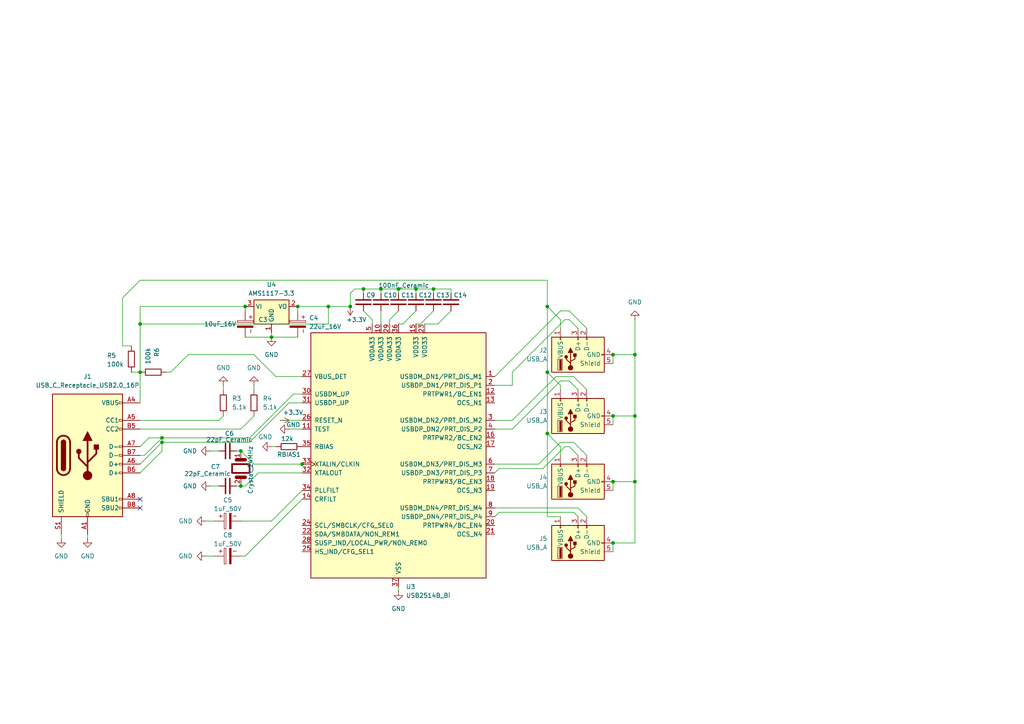
<source format=kicad_sch>
(kicad_sch
	(version 20250114)
	(generator "eeschema")
	(generator_version "9.0")
	(uuid "d06fa732-8da9-42b2-8e1c-63828ac966ea")
	(paper "A4")
	(lib_symbols
		(symbol "Connector:USB_A"
			(pin_names
				(offset 1.016)
			)
			(exclude_from_sim no)
			(in_bom yes)
			(on_board yes)
			(property "Reference" "J"
				(at -5.08 11.43 0)
				(effects
					(font
						(size 1.27 1.27)
					)
					(justify left)
				)
			)
			(property "Value" "USB_A"
				(at -5.08 8.89 0)
				(effects
					(font
						(size 1.27 1.27)
					)
					(justify left)
				)
			)
			(property "Footprint" ""
				(at 3.81 -1.27 0)
				(effects
					(font
						(size 1.27 1.27)
					)
					(hide yes)
				)
			)
			(property "Datasheet" "~"
				(at 3.81 -1.27 0)
				(effects
					(font
						(size 1.27 1.27)
					)
					(hide yes)
				)
			)
			(property "Description" "USB Type A connector"
				(at 0 0 0)
				(effects
					(font
						(size 1.27 1.27)
					)
					(hide yes)
				)
			)
			(property "ki_keywords" "connector USB"
				(at 0 0 0)
				(effects
					(font
						(size 1.27 1.27)
					)
					(hide yes)
				)
			)
			(property "ki_fp_filters" "USB*"
				(at 0 0 0)
				(effects
					(font
						(size 1.27 1.27)
					)
					(hide yes)
				)
			)
			(symbol "USB_A_0_1"
				(rectangle
					(start -5.08 -7.62)
					(end 5.08 7.62)
					(stroke
						(width 0.254)
						(type default)
					)
					(fill
						(type background)
					)
				)
				(circle
					(center -3.81 2.159)
					(radius 0.635)
					(stroke
						(width 0.254)
						(type default)
					)
					(fill
						(type outline)
					)
				)
				(polyline
					(pts
						(xy -3.175 2.159) (xy -2.54 2.159) (xy -1.27 3.429) (xy -0.635 3.429)
					)
					(stroke
						(width 0.254)
						(type default)
					)
					(fill
						(type none)
					)
				)
				(polyline
					(pts
						(xy -2.54 2.159) (xy -1.905 2.159) (xy -1.27 0.889) (xy 0 0.889)
					)
					(stroke
						(width 0.254)
						(type default)
					)
					(fill
						(type none)
					)
				)
				(rectangle
					(start -1.524 4.826)
					(end -4.318 5.334)
					(stroke
						(width 0)
						(type default)
					)
					(fill
						(type outline)
					)
				)
				(rectangle
					(start -1.27 4.572)
					(end -4.572 5.842)
					(stroke
						(width 0)
						(type default)
					)
					(fill
						(type none)
					)
				)
				(circle
					(center -0.635 3.429)
					(radius 0.381)
					(stroke
						(width 0.254)
						(type default)
					)
					(fill
						(type outline)
					)
				)
				(rectangle
					(start -0.127 -7.62)
					(end 0.127 -6.858)
					(stroke
						(width 0)
						(type default)
					)
					(fill
						(type none)
					)
				)
				(rectangle
					(start 0.254 1.27)
					(end -0.508 0.508)
					(stroke
						(width 0.254)
						(type default)
					)
					(fill
						(type outline)
					)
				)
				(polyline
					(pts
						(xy 0.635 2.794) (xy 0.635 1.524) (xy 1.905 2.159) (xy 0.635 2.794)
					)
					(stroke
						(width 0.254)
						(type default)
					)
					(fill
						(type outline)
					)
				)
				(rectangle
					(start 5.08 4.953)
					(end 4.318 5.207)
					(stroke
						(width 0)
						(type default)
					)
					(fill
						(type none)
					)
				)
				(rectangle
					(start 5.08 -0.127)
					(end 4.318 0.127)
					(stroke
						(width 0)
						(type default)
					)
					(fill
						(type none)
					)
				)
				(rectangle
					(start 5.08 -2.667)
					(end 4.318 -2.413)
					(stroke
						(width 0)
						(type default)
					)
					(fill
						(type none)
					)
				)
			)
			(symbol "USB_A_1_1"
				(polyline
					(pts
						(xy -1.905 2.159) (xy 0.635 2.159)
					)
					(stroke
						(width 0.254)
						(type default)
					)
					(fill
						(type none)
					)
				)
				(pin passive line
					(at -2.54 -10.16 90)
					(length 2.54)
					(name "Shield"
						(effects
							(font
								(size 1.27 1.27)
							)
						)
					)
					(number "5"
						(effects
							(font
								(size 1.27 1.27)
							)
						)
					)
				)
				(pin power_in line
					(at 0 -10.16 90)
					(length 2.54)
					(name "GND"
						(effects
							(font
								(size 1.27 1.27)
							)
						)
					)
					(number "4"
						(effects
							(font
								(size 1.27 1.27)
							)
						)
					)
				)
				(pin power_in line
					(at 7.62 5.08 180)
					(length 2.54)
					(name "VBUS"
						(effects
							(font
								(size 1.27 1.27)
							)
						)
					)
					(number "1"
						(effects
							(font
								(size 1.27 1.27)
							)
						)
					)
				)
				(pin bidirectional line
					(at 7.62 0 180)
					(length 2.54)
					(name "D+"
						(effects
							(font
								(size 1.27 1.27)
							)
						)
					)
					(number "3"
						(effects
							(font
								(size 1.27 1.27)
							)
						)
					)
				)
				(pin bidirectional line
					(at 7.62 -2.54 180)
					(length 2.54)
					(name "D-"
						(effects
							(font
								(size 1.27 1.27)
							)
						)
					)
					(number "2"
						(effects
							(font
								(size 1.27 1.27)
							)
						)
					)
				)
			)
			(embedded_fonts no)
		)
		(symbol "Connector:USB_C_Receptacle_USB2.0_16P"
			(pin_names
				(offset 1.016)
			)
			(exclude_from_sim no)
			(in_bom yes)
			(on_board yes)
			(property "Reference" "J"
				(at 0 22.225 0)
				(effects
					(font
						(size 1.27 1.27)
					)
				)
			)
			(property "Value" "USB_C_Receptacle_USB2.0_16P"
				(at 0 19.685 0)
				(effects
					(font
						(size 1.27 1.27)
					)
				)
			)
			(property "Footprint" ""
				(at 3.81 0 0)
				(effects
					(font
						(size 1.27 1.27)
					)
					(hide yes)
				)
			)
			(property "Datasheet" "https://www.usb.org/sites/default/files/documents/usb_type-c.zip"
				(at 3.81 0 0)
				(effects
					(font
						(size 1.27 1.27)
					)
					(hide yes)
				)
			)
			(property "Description" "USB 2.0-only 16P Type-C Receptacle connector"
				(at 0 0 0)
				(effects
					(font
						(size 1.27 1.27)
					)
					(hide yes)
				)
			)
			(property "ki_keywords" "usb universal serial bus type-C USB2.0"
				(at 0 0 0)
				(effects
					(font
						(size 1.27 1.27)
					)
					(hide yes)
				)
			)
			(property "ki_fp_filters" "USB*C*Receptacle*"
				(at 0 0 0)
				(effects
					(font
						(size 1.27 1.27)
					)
					(hide yes)
				)
			)
			(symbol "USB_C_Receptacle_USB2.0_16P_0_0"
				(rectangle
					(start -0.254 -17.78)
					(end 0.254 -16.764)
					(stroke
						(width 0)
						(type default)
					)
					(fill
						(type none)
					)
				)
				(rectangle
					(start 10.16 15.494)
					(end 9.144 14.986)
					(stroke
						(width 0)
						(type default)
					)
					(fill
						(type none)
					)
				)
				(rectangle
					(start 10.16 10.414)
					(end 9.144 9.906)
					(stroke
						(width 0)
						(type default)
					)
					(fill
						(type none)
					)
				)
				(rectangle
					(start 10.16 7.874)
					(end 9.144 7.366)
					(stroke
						(width 0)
						(type default)
					)
					(fill
						(type none)
					)
				)
				(rectangle
					(start 10.16 2.794)
					(end 9.144 2.286)
					(stroke
						(width 0)
						(type default)
					)
					(fill
						(type none)
					)
				)
				(rectangle
					(start 10.16 0.254)
					(end 9.144 -0.254)
					(stroke
						(width 0)
						(type default)
					)
					(fill
						(type none)
					)
				)
				(rectangle
					(start 10.16 -2.286)
					(end 9.144 -2.794)
					(stroke
						(width 0)
						(type default)
					)
					(fill
						(type none)
					)
				)
				(rectangle
					(start 10.16 -4.826)
					(end 9.144 -5.334)
					(stroke
						(width 0)
						(type default)
					)
					(fill
						(type none)
					)
				)
				(rectangle
					(start 10.16 -12.446)
					(end 9.144 -12.954)
					(stroke
						(width 0)
						(type default)
					)
					(fill
						(type none)
					)
				)
				(rectangle
					(start 10.16 -14.986)
					(end 9.144 -15.494)
					(stroke
						(width 0)
						(type default)
					)
					(fill
						(type none)
					)
				)
			)
			(symbol "USB_C_Receptacle_USB2.0_16P_0_1"
				(rectangle
					(start -10.16 17.78)
					(end 10.16 -17.78)
					(stroke
						(width 0.254)
						(type default)
					)
					(fill
						(type background)
					)
				)
				(polyline
					(pts
						(xy -8.89 -3.81) (xy -8.89 3.81)
					)
					(stroke
						(width 0.508)
						(type default)
					)
					(fill
						(type none)
					)
				)
				(rectangle
					(start -7.62 -3.81)
					(end -6.35 3.81)
					(stroke
						(width 0.254)
						(type default)
					)
					(fill
						(type outline)
					)
				)
				(arc
					(start -7.62 3.81)
					(mid -6.985 4.4423)
					(end -6.35 3.81)
					(stroke
						(width 0.254)
						(type default)
					)
					(fill
						(type none)
					)
				)
				(arc
					(start -7.62 3.81)
					(mid -6.985 4.4423)
					(end -6.35 3.81)
					(stroke
						(width 0.254)
						(type default)
					)
					(fill
						(type outline)
					)
				)
				(arc
					(start -8.89 3.81)
					(mid -6.985 5.7067)
					(end -5.08 3.81)
					(stroke
						(width 0.508)
						(type default)
					)
					(fill
						(type none)
					)
				)
				(arc
					(start -5.08 -3.81)
					(mid -6.985 -5.7067)
					(end -8.89 -3.81)
					(stroke
						(width 0.508)
						(type default)
					)
					(fill
						(type none)
					)
				)
				(arc
					(start -6.35 -3.81)
					(mid -6.985 -4.4423)
					(end -7.62 -3.81)
					(stroke
						(width 0.254)
						(type default)
					)
					(fill
						(type none)
					)
				)
				(arc
					(start -6.35 -3.81)
					(mid -6.985 -4.4423)
					(end -7.62 -3.81)
					(stroke
						(width 0.254)
						(type default)
					)
					(fill
						(type outline)
					)
				)
				(polyline
					(pts
						(xy -5.08 3.81) (xy -5.08 -3.81)
					)
					(stroke
						(width 0.508)
						(type default)
					)
					(fill
						(type none)
					)
				)
				(circle
					(center -2.54 1.143)
					(radius 0.635)
					(stroke
						(width 0.254)
						(type default)
					)
					(fill
						(type outline)
					)
				)
				(polyline
					(pts
						(xy -1.27 4.318) (xy 0 6.858) (xy 1.27 4.318) (xy -1.27 4.318)
					)
					(stroke
						(width 0.254)
						(type default)
					)
					(fill
						(type outline)
					)
				)
				(polyline
					(pts
						(xy 0 -2.032) (xy 2.54 0.508) (xy 2.54 1.778)
					)
					(stroke
						(width 0.508)
						(type default)
					)
					(fill
						(type none)
					)
				)
				(polyline
					(pts
						(xy 0 -3.302) (xy -2.54 -0.762) (xy -2.54 0.508)
					)
					(stroke
						(width 0.508)
						(type default)
					)
					(fill
						(type none)
					)
				)
				(polyline
					(pts
						(xy 0 -5.842) (xy 0 4.318)
					)
					(stroke
						(width 0.508)
						(type default)
					)
					(fill
						(type none)
					)
				)
				(circle
					(center 0 -5.842)
					(radius 1.27)
					(stroke
						(width 0)
						(type default)
					)
					(fill
						(type outline)
					)
				)
				(rectangle
					(start 1.905 1.778)
					(end 3.175 3.048)
					(stroke
						(width 0.254)
						(type default)
					)
					(fill
						(type outline)
					)
				)
			)
			(symbol "USB_C_Receptacle_USB2.0_16P_1_1"
				(pin passive line
					(at -7.62 -22.86 90)
					(length 5.08)
					(name "SHIELD"
						(effects
							(font
								(size 1.27 1.27)
							)
						)
					)
					(number "S1"
						(effects
							(font
								(size 1.27 1.27)
							)
						)
					)
				)
				(pin passive line
					(at 0 -22.86 90)
					(length 5.08)
					(name "GND"
						(effects
							(font
								(size 1.27 1.27)
							)
						)
					)
					(number "A1"
						(effects
							(font
								(size 1.27 1.27)
							)
						)
					)
				)
				(pin passive line
					(at 0 -22.86 90)
					(length 5.08)
					(hide yes)
					(name "GND"
						(effects
							(font
								(size 1.27 1.27)
							)
						)
					)
					(number "A12"
						(effects
							(font
								(size 1.27 1.27)
							)
						)
					)
				)
				(pin passive line
					(at 0 -22.86 90)
					(length 5.08)
					(hide yes)
					(name "GND"
						(effects
							(font
								(size 1.27 1.27)
							)
						)
					)
					(number "B1"
						(effects
							(font
								(size 1.27 1.27)
							)
						)
					)
				)
				(pin passive line
					(at 0 -22.86 90)
					(length 5.08)
					(hide yes)
					(name "GND"
						(effects
							(font
								(size 1.27 1.27)
							)
						)
					)
					(number "B12"
						(effects
							(font
								(size 1.27 1.27)
							)
						)
					)
				)
				(pin passive line
					(at 15.24 15.24 180)
					(length 5.08)
					(name "VBUS"
						(effects
							(font
								(size 1.27 1.27)
							)
						)
					)
					(number "A4"
						(effects
							(font
								(size 1.27 1.27)
							)
						)
					)
				)
				(pin passive line
					(at 15.24 15.24 180)
					(length 5.08)
					(hide yes)
					(name "VBUS"
						(effects
							(font
								(size 1.27 1.27)
							)
						)
					)
					(number "A9"
						(effects
							(font
								(size 1.27 1.27)
							)
						)
					)
				)
				(pin passive line
					(at 15.24 15.24 180)
					(length 5.08)
					(hide yes)
					(name "VBUS"
						(effects
							(font
								(size 1.27 1.27)
							)
						)
					)
					(number "B4"
						(effects
							(font
								(size 1.27 1.27)
							)
						)
					)
				)
				(pin passive line
					(at 15.24 15.24 180)
					(length 5.08)
					(hide yes)
					(name "VBUS"
						(effects
							(font
								(size 1.27 1.27)
							)
						)
					)
					(number "B9"
						(effects
							(font
								(size 1.27 1.27)
							)
						)
					)
				)
				(pin bidirectional line
					(at 15.24 10.16 180)
					(length 5.08)
					(name "CC1"
						(effects
							(font
								(size 1.27 1.27)
							)
						)
					)
					(number "A5"
						(effects
							(font
								(size 1.27 1.27)
							)
						)
					)
				)
				(pin bidirectional line
					(at 15.24 7.62 180)
					(length 5.08)
					(name "CC2"
						(effects
							(font
								(size 1.27 1.27)
							)
						)
					)
					(number "B5"
						(effects
							(font
								(size 1.27 1.27)
							)
						)
					)
				)
				(pin bidirectional line
					(at 15.24 2.54 180)
					(length 5.08)
					(name "D-"
						(effects
							(font
								(size 1.27 1.27)
							)
						)
					)
					(number "A7"
						(effects
							(font
								(size 1.27 1.27)
							)
						)
					)
				)
				(pin bidirectional line
					(at 15.24 0 180)
					(length 5.08)
					(name "D-"
						(effects
							(font
								(size 1.27 1.27)
							)
						)
					)
					(number "B7"
						(effects
							(font
								(size 1.27 1.27)
							)
						)
					)
				)
				(pin bidirectional line
					(at 15.24 -2.54 180)
					(length 5.08)
					(name "D+"
						(effects
							(font
								(size 1.27 1.27)
							)
						)
					)
					(number "A6"
						(effects
							(font
								(size 1.27 1.27)
							)
						)
					)
				)
				(pin bidirectional line
					(at 15.24 -5.08 180)
					(length 5.08)
					(name "D+"
						(effects
							(font
								(size 1.27 1.27)
							)
						)
					)
					(number "B6"
						(effects
							(font
								(size 1.27 1.27)
							)
						)
					)
				)
				(pin bidirectional line
					(at 15.24 -12.7 180)
					(length 5.08)
					(name "SBU1"
						(effects
							(font
								(size 1.27 1.27)
							)
						)
					)
					(number "A8"
						(effects
							(font
								(size 1.27 1.27)
							)
						)
					)
				)
				(pin bidirectional line
					(at 15.24 -15.24 180)
					(length 5.08)
					(name "SBU2"
						(effects
							(font
								(size 1.27 1.27)
							)
						)
					)
					(number "B8"
						(effects
							(font
								(size 1.27 1.27)
							)
						)
					)
				)
			)
			(embedded_fonts no)
		)
		(symbol "Interface_USB:USB2514B_Bi"
			(pin_names
				(offset 1.016)
			)
			(exclude_from_sim no)
			(in_bom yes)
			(on_board yes)
			(property "Reference" "U"
				(at -17.78 40.64 0)
				(effects
					(font
						(size 1.27 1.27)
					)
				)
			)
			(property "Value" "USB2514B_Bi"
				(at -20.32 38.1 0)
				(effects
					(font
						(size 1.27 1.27)
					)
				)
			)
			(property "Footprint" "Package_DFN_QFN:QFN-36-1EP_6x6mm_P0.5mm_EP3.7x3.7mm"
				(at 33.02 -38.1 0)
				(effects
					(font
						(size 1.27 1.27)
					)
					(hide yes)
				)
			)
			(property "Datasheet" "http://ww1.microchip.com/downloads/en/DeviceDoc/00001692C.pdf"
				(at 40.64 -40.64 0)
				(effects
					(font
						(size 1.27 1.27)
					)
					(hide yes)
				)
			)
			(property "Description" "USB 2.0 Hi-Speed Hub Controller"
				(at 0 0 0)
				(effects
					(font
						(size 1.27 1.27)
					)
					(hide yes)
				)
			)
			(property "ki_keywords" "USB2.0 Hi-Speed-USB-Hub Hub-Controller"
				(at 0 0 0)
				(effects
					(font
						(size 1.27 1.27)
					)
					(hide yes)
				)
			)
			(property "ki_fp_filters" "QFN*6x6mm*P0.5mm*"
				(at 0 0 0)
				(effects
					(font
						(size 1.27 1.27)
					)
					(hide yes)
				)
			)
			(symbol "USB2514B_Bi_0_1"
				(rectangle
					(start -25.4 35.56)
					(end 25.4 -35.56)
					(stroke
						(width 0.254)
						(type default)
					)
					(fill
						(type background)
					)
				)
			)
			(symbol "USB2514B_Bi_1_1"
				(pin input line
					(at -27.94 22.86 0)
					(length 2.54)
					(name "VBUS_DET"
						(effects
							(font
								(size 1.27 1.27)
							)
						)
					)
					(number "27"
						(effects
							(font
								(size 1.27 1.27)
							)
						)
					)
				)
				(pin bidirectional line
					(at -27.94 17.78 0)
					(length 2.54)
					(name "USBDM_UP"
						(effects
							(font
								(size 1.27 1.27)
							)
						)
					)
					(number "30"
						(effects
							(font
								(size 1.27 1.27)
							)
						)
					)
				)
				(pin bidirectional line
					(at -27.94 15.24 0)
					(length 2.54)
					(name "USBDP_UP"
						(effects
							(font
								(size 1.27 1.27)
							)
						)
					)
					(number "31"
						(effects
							(font
								(size 1.27 1.27)
							)
						)
					)
				)
				(pin input line
					(at -27.94 10.16 0)
					(length 2.54)
					(name "RESET_N"
						(effects
							(font
								(size 1.27 1.27)
							)
						)
					)
					(number "26"
						(effects
							(font
								(size 1.27 1.27)
							)
						)
					)
				)
				(pin input line
					(at -27.94 7.62 0)
					(length 2.54)
					(name "TEST"
						(effects
							(font
								(size 1.27 1.27)
							)
						)
					)
					(number "11"
						(effects
							(font
								(size 1.27 1.27)
							)
						)
					)
				)
				(pin input line
					(at -27.94 2.54 0)
					(length 2.54)
					(name "RBIAS"
						(effects
							(font
								(size 1.27 1.27)
							)
						)
					)
					(number "35"
						(effects
							(font
								(size 1.27 1.27)
							)
						)
					)
				)
				(pin input clock
					(at -27.94 -2.54 0)
					(length 2.54)
					(name "XTALIN/CLKIN"
						(effects
							(font
								(size 1.27 1.27)
							)
						)
					)
					(number "33"
						(effects
							(font
								(size 1.27 1.27)
							)
						)
					)
				)
				(pin output line
					(at -27.94 -5.08 0)
					(length 2.54)
					(name "XTALOUT"
						(effects
							(font
								(size 1.27 1.27)
							)
						)
					)
					(number "32"
						(effects
							(font
								(size 1.27 1.27)
							)
						)
					)
				)
				(pin input line
					(at -27.94 -10.16 0)
					(length 2.54)
					(name "PLLFILT"
						(effects
							(font
								(size 1.27 1.27)
							)
						)
					)
					(number "34"
						(effects
							(font
								(size 1.27 1.27)
							)
						)
					)
				)
				(pin input line
					(at -27.94 -12.7 0)
					(length 2.54)
					(name "CRFILT"
						(effects
							(font
								(size 1.27 1.27)
							)
						)
					)
					(number "14"
						(effects
							(font
								(size 1.27 1.27)
							)
						)
					)
				)
				(pin bidirectional line
					(at -27.94 -20.32 0)
					(length 2.54)
					(name "SCL/SMBCLK/CFG_SEL0"
						(effects
							(font
								(size 1.27 1.27)
							)
						)
					)
					(number "24"
						(effects
							(font
								(size 1.27 1.27)
							)
						)
					)
				)
				(pin bidirectional line
					(at -27.94 -22.86 0)
					(length 2.54)
					(name "SDA/SMBDATA/NON_REM1"
						(effects
							(font
								(size 1.27 1.27)
							)
						)
					)
					(number "22"
						(effects
							(font
								(size 1.27 1.27)
							)
						)
					)
				)
				(pin bidirectional line
					(at -27.94 -25.4 0)
					(length 2.54)
					(name "SUSP_IND/LOCAL_PWR/NON_REM0"
						(effects
							(font
								(size 1.27 1.27)
							)
						)
					)
					(number "28"
						(effects
							(font
								(size 1.27 1.27)
							)
						)
					)
				)
				(pin bidirectional line
					(at -27.94 -27.94 0)
					(length 2.54)
					(name "HS_IND/CFG_SEL1"
						(effects
							(font
								(size 1.27 1.27)
							)
						)
					)
					(number "25"
						(effects
							(font
								(size 1.27 1.27)
							)
						)
					)
				)
				(pin power_in line
					(at -7.62 38.1 270)
					(length 2.54)
					(name "VDDA33"
						(effects
							(font
								(size 1.27 1.27)
							)
						)
					)
					(number "5"
						(effects
							(font
								(size 1.27 1.27)
							)
						)
					)
				)
				(pin power_in line
					(at -5.08 38.1 270)
					(length 2.54)
					(name "VDDA33"
						(effects
							(font
								(size 1.27 1.27)
							)
						)
					)
					(number "10"
						(effects
							(font
								(size 1.27 1.27)
							)
						)
					)
				)
				(pin power_in line
					(at -2.54 38.1 270)
					(length 2.54)
					(name "VDDA33"
						(effects
							(font
								(size 1.27 1.27)
							)
						)
					)
					(number "29"
						(effects
							(font
								(size 1.27 1.27)
							)
						)
					)
				)
				(pin power_in line
					(at 0 38.1 270)
					(length 2.54)
					(name "VDDA33"
						(effects
							(font
								(size 1.27 1.27)
							)
						)
					)
					(number "36"
						(effects
							(font
								(size 1.27 1.27)
							)
						)
					)
				)
				(pin power_in line
					(at 0 -38.1 90)
					(length 2.54)
					(name "VSS"
						(effects
							(font
								(size 1.27 1.27)
							)
						)
					)
					(number "37"
						(effects
							(font
								(size 1.27 1.27)
							)
						)
					)
				)
				(pin power_in line
					(at 5.08 38.1 270)
					(length 2.54)
					(name "VDD33"
						(effects
							(font
								(size 1.27 1.27)
							)
						)
					)
					(number "15"
						(effects
							(font
								(size 1.27 1.27)
							)
						)
					)
				)
				(pin power_in line
					(at 7.62 38.1 270)
					(length 2.54)
					(name "VDD33"
						(effects
							(font
								(size 1.27 1.27)
							)
						)
					)
					(number "23"
						(effects
							(font
								(size 1.27 1.27)
							)
						)
					)
				)
				(pin bidirectional line
					(at 27.94 22.86 180)
					(length 2.54)
					(name "USBDM_DN1/PRT_DIS_M1"
						(effects
							(font
								(size 1.27 1.27)
							)
						)
					)
					(number "1"
						(effects
							(font
								(size 1.27 1.27)
							)
						)
					)
				)
				(pin bidirectional line
					(at 27.94 20.32 180)
					(length 2.54)
					(name "USBDP_DN1/PRT_DIS_P1"
						(effects
							(font
								(size 1.27 1.27)
							)
						)
					)
					(number "2"
						(effects
							(font
								(size 1.27 1.27)
							)
						)
					)
				)
				(pin bidirectional line
					(at 27.94 17.78 180)
					(length 2.54)
					(name "PRTPWR1/BC_EN1"
						(effects
							(font
								(size 1.27 1.27)
							)
						)
					)
					(number "12"
						(effects
							(font
								(size 1.27 1.27)
							)
						)
					)
				)
				(pin input line
					(at 27.94 15.24 180)
					(length 2.54)
					(name "OCS_N1"
						(effects
							(font
								(size 1.27 1.27)
							)
						)
					)
					(number "13"
						(effects
							(font
								(size 1.27 1.27)
							)
						)
					)
				)
				(pin bidirectional line
					(at 27.94 10.16 180)
					(length 2.54)
					(name "USBDM_DN2/PRT_DIS_M2"
						(effects
							(font
								(size 1.27 1.27)
							)
						)
					)
					(number "3"
						(effects
							(font
								(size 1.27 1.27)
							)
						)
					)
				)
				(pin bidirectional line
					(at 27.94 7.62 180)
					(length 2.54)
					(name "USBDP_DN2/PRT_DIS_P2"
						(effects
							(font
								(size 1.27 1.27)
							)
						)
					)
					(number "4"
						(effects
							(font
								(size 1.27 1.27)
							)
						)
					)
				)
				(pin bidirectional line
					(at 27.94 5.08 180)
					(length 2.54)
					(name "PRTPWR2/BC_EN2"
						(effects
							(font
								(size 1.27 1.27)
							)
						)
					)
					(number "16"
						(effects
							(font
								(size 1.27 1.27)
							)
						)
					)
				)
				(pin input line
					(at 27.94 2.54 180)
					(length 2.54)
					(name "OCS_N2"
						(effects
							(font
								(size 1.27 1.27)
							)
						)
					)
					(number "17"
						(effects
							(font
								(size 1.27 1.27)
							)
						)
					)
				)
				(pin bidirectional line
					(at 27.94 -2.54 180)
					(length 2.54)
					(name "USBDM_DN3/PRT_DIS_M3"
						(effects
							(font
								(size 1.27 1.27)
							)
						)
					)
					(number "6"
						(effects
							(font
								(size 1.27 1.27)
							)
						)
					)
				)
				(pin bidirectional line
					(at 27.94 -5.08 180)
					(length 2.54)
					(name "USBDP_DN3/PRT_DIS_P3"
						(effects
							(font
								(size 1.27 1.27)
							)
						)
					)
					(number "7"
						(effects
							(font
								(size 1.27 1.27)
							)
						)
					)
				)
				(pin bidirectional line
					(at 27.94 -7.62 180)
					(length 2.54)
					(name "PRTPWR3/BC_EN3"
						(effects
							(font
								(size 1.27 1.27)
							)
						)
					)
					(number "18"
						(effects
							(font
								(size 1.27 1.27)
							)
						)
					)
				)
				(pin input line
					(at 27.94 -10.16 180)
					(length 2.54)
					(name "OCS_N3"
						(effects
							(font
								(size 1.27 1.27)
							)
						)
					)
					(number "19"
						(effects
							(font
								(size 1.27 1.27)
							)
						)
					)
				)
				(pin bidirectional line
					(at 27.94 -15.24 180)
					(length 2.54)
					(name "USBDM_DN4/PRT_DIS_M4"
						(effects
							(font
								(size 1.27 1.27)
							)
						)
					)
					(number "8"
						(effects
							(font
								(size 1.27 1.27)
							)
						)
					)
				)
				(pin bidirectional line
					(at 27.94 -17.78 180)
					(length 2.54)
					(name "USBDP_DN4/PRT_DIS_P4"
						(effects
							(font
								(size 1.27 1.27)
							)
						)
					)
					(number "9"
						(effects
							(font
								(size 1.27 1.27)
							)
						)
					)
				)
				(pin bidirectional line
					(at 27.94 -20.32 180)
					(length 2.54)
					(name "PRTPWR4/BC_EN4"
						(effects
							(font
								(size 1.27 1.27)
							)
						)
					)
					(number "20"
						(effects
							(font
								(size 1.27 1.27)
							)
						)
					)
				)
				(pin input line
					(at 27.94 -22.86 180)
					(length 2.54)
					(name "OCS_N4"
						(effects
							(font
								(size 1.27 1.27)
							)
						)
					)
					(number "21"
						(effects
							(font
								(size 1.27 1.27)
							)
						)
					)
				)
			)
			(embedded_fonts no)
		)
		(symbol "PCM_SL_Capacitors:100nF_Ceramic"
			(exclude_from_sim no)
			(in_bom yes)
			(on_board yes)
			(property "Reference" "C"
				(at 0 6.35 0)
				(effects
					(font
						(size 1.27 1.27)
					)
				)
			)
			(property "Value" "100nF_Ceramic"
				(at 0 3.81 0)
				(effects
					(font
						(size 1.27 1.27)
					)
				)
			)
			(property "Footprint" "Capacitor_THT:C_Disc_D5.0mm_W2.5mm_P2.50mm"
				(at 0 -3.81 0)
				(effects
					(font
						(size 1.27 1.27)
					)
					(hide yes)
				)
			)
			(property "Datasheet" ""
				(at 0 0 0)
				(effects
					(font
						(size 1.27 1.27)
					)
					(hide yes)
				)
			)
			(property "Description" "100nF Ceramic Capacitor"
				(at 0 0 0)
				(effects
					(font
						(size 1.27 1.27)
					)
					(hide yes)
				)
			)
			(property "ki_keywords" "Ceramic Capacitor 104 100nF"
				(at 0 0 0)
				(effects
					(font
						(size 1.27 1.27)
					)
					(hide yes)
				)
			)
			(symbol "100nF_Ceramic_0_1"
				(rectangle
					(start -0.762 2.286)
					(end -0.508 -2.286)
					(stroke
						(width 0)
						(type default)
					)
					(fill
						(type outline)
					)
				)
				(rectangle
					(start 0.508 2.286)
					(end 0.762 -2.286)
					(stroke
						(width 0)
						(type default)
					)
					(fill
						(type outline)
					)
				)
			)
			(symbol "100nF_Ceramic_1_1"
				(pin passive line
					(at -2.54 0 0)
					(length 2)
					(name "~"
						(effects
							(font
								(size 0 0)
							)
						)
					)
					(number "1"
						(effects
							(font
								(size 0 0)
							)
						)
					)
				)
				(pin input line
					(at 2.54 0 180)
					(length 2)
					(name "~"
						(effects
							(font
								(size 0 0)
							)
						)
					)
					(number "2"
						(effects
							(font
								(size 0 0)
							)
						)
					)
				)
			)
			(embedded_fonts no)
		)
		(symbol "PCM_SL_Capacitors:10uF_16V"
			(exclude_from_sim no)
			(in_bom yes)
			(on_board yes)
			(property "Reference" "C"
				(at 0 7.62 0)
				(effects
					(font
						(size 1.27 1.27)
					)
				)
			)
			(property "Value" "10uF_16V"
				(at 0 5.08 0)
				(effects
					(font
						(size 1.27 1.27)
					)
				)
			)
			(property "Footprint" "Capacitor_THT:CP_Radial_D5.0mm_P2.00mm"
				(at 0.762 -3.81 0)
				(effects
					(font
						(size 1.27 1.27)
					)
					(hide yes)
				)
			)
			(property "Datasheet" ""
				(at 0.508 0 0)
				(effects
					(font
						(size 1.27 1.27)
					)
					(hide yes)
				)
			)
			(property "Description" "10uF, 16V Electrolytic Capacitor"
				(at 0 0 0)
				(effects
					(font
						(size 1.27 1.27)
					)
					(hide yes)
				)
			)
			(property "ki_keywords" "Electrolytic Capacitor"
				(at 0 0 0)
				(effects
					(font
						(size 1.27 1.27)
					)
					(hide yes)
				)
			)
			(property "ki_fp_filters" "Capacitor_THT:CP_Radial_D5.0mm_* Capacitor_THT:CP_Radial_D4.0mm_* Capacitor_THT:CP_Radial_D6.3mm_* Capacitor_THT:CP_Radial_D7.5mm_* Capacitor_THT:CP_Radial_D8.0mm_* Capacitor_THT:CP_Radial_D10.0mm_* Capacitor_THT:CP_Radial_D14.0mm_* Capacitor_THT:CP_Radial_D16.0mm_* Capacitor_THT:CP_Radial_D18.0mm_*"
				(at 0 0 0)
				(effects
					(font
						(size 1.27 1.27)
					)
					(hide yes)
				)
			)
			(symbol "10uF_16V_0_0"
				(text "+"
					(at -2.032 1.524 0)
					(effects
						(font
							(size 1.27 1.27)
						)
					)
				)
				(text "-"
					(at 2.032 1.524 0)
					(effects
						(font
							(size 1.27 1.27)
						)
					)
				)
			)
			(symbol "10uF_16V_0_1"
				(rectangle
					(start -1.016 -2.286)
					(end -0.508 2.286)
					(stroke
						(width 0)
						(type default)
					)
					(fill
						(type none)
					)
				)
				(rectangle
					(start 0.508 -2.286)
					(end 1.016 2.286)
					(stroke
						(width 0)
						(type default)
					)
					(fill
						(type outline)
					)
				)
			)
			(symbol "10uF_16V_1_1"
				(pin passive line
					(at -3.81 0 0)
					(length 2.7)
					(name "~"
						(effects
							(font
								(size 0 0)
							)
						)
					)
					(number "1"
						(effects
							(font
								(size 0 0)
							)
						)
					)
				)
				(pin input line
					(at 3.81 0 180)
					(length 2.7)
					(name "~"
						(effects
							(font
								(size 0 0)
							)
						)
					)
					(number "2"
						(effects
							(font
								(size 0 0)
							)
						)
					)
				)
			)
			(embedded_fonts no)
		)
		(symbol "PCM_SL_Capacitors:1nF_Ceramic"
			(exclude_from_sim no)
			(in_bom yes)
			(on_board yes)
			(property "Reference" "C"
				(at 0 6.35 0)
				(effects
					(font
						(size 1.27 1.27)
					)
				)
			)
			(property "Value" "1nF_Ceramic"
				(at 0 3.81 0)
				(effects
					(font
						(size 1.27 1.27)
					)
				)
			)
			(property "Footprint" "Capacitor_THT:C_Disc_D5.0mm_W2.5mm_P2.50mm"
				(at 0 -3.81 0)
				(effects
					(font
						(size 1.27 1.27)
					)
					(hide yes)
				)
			)
			(property "Datasheet" ""
				(at 0 0 0)
				(effects
					(font
						(size 1.27 1.27)
					)
					(hide yes)
				)
			)
			(property "Description" "1nF Ceramic Capacitor"
				(at 0 0 0)
				(effects
					(font
						(size 1.27 1.27)
					)
					(hide yes)
				)
			)
			(property "ki_keywords" "Ceramic Capacitor 102 1nF"
				(at 0 0 0)
				(effects
					(font
						(size 1.27 1.27)
					)
					(hide yes)
				)
			)
			(symbol "1nF_Ceramic_0_1"
				(rectangle
					(start -0.762 2.286)
					(end -0.508 -2.286)
					(stroke
						(width 0)
						(type default)
					)
					(fill
						(type outline)
					)
				)
				(rectangle
					(start 0.508 2.286)
					(end 0.762 -2.286)
					(stroke
						(width 0)
						(type default)
					)
					(fill
						(type outline)
					)
				)
			)
			(symbol "1nF_Ceramic_1_1"
				(pin passive line
					(at -2.54 0 0)
					(length 2)
					(name "~"
						(effects
							(font
								(size 0 0)
							)
						)
					)
					(number "1"
						(effects
							(font
								(size 0 0)
							)
						)
					)
				)
				(pin input line
					(at 2.54 0 180)
					(length 2)
					(name "~"
						(effects
							(font
								(size 0 0)
							)
						)
					)
					(number "2"
						(effects
							(font
								(size 0 0)
							)
						)
					)
				)
			)
			(embedded_fonts no)
		)
		(symbol "PCM_SL_Capacitors:1uF_50V"
			(exclude_from_sim no)
			(in_bom yes)
			(on_board yes)
			(property "Reference" "C"
				(at 0 7.62 0)
				(effects
					(font
						(size 1.27 1.27)
					)
				)
			)
			(property "Value" "1uF_50V"
				(at 0 5.08 0)
				(effects
					(font
						(size 1.27 1.27)
					)
				)
			)
			(property "Footprint" "Capacitor_THT:CP_Radial_D4.0mm_P1.50mm"
				(at 0.762 -3.81 0)
				(effects
					(font
						(size 1.27 1.27)
					)
					(hide yes)
				)
			)
			(property "Datasheet" ""
				(at 0.508 0 0)
				(effects
					(font
						(size 1.27 1.27)
					)
					(hide yes)
				)
			)
			(property "Description" "1uF, 50V Electrolytic Capacitor"
				(at 0 0 0)
				(effects
					(font
						(size 1.27 1.27)
					)
					(hide yes)
				)
			)
			(property "ki_keywords" "Electrolytic Capacitor"
				(at 0 0 0)
				(effects
					(font
						(size 1.27 1.27)
					)
					(hide yes)
				)
			)
			(property "ki_fp_filters" "Capacitor_THT:CP_Radial_D5.0mm_* Capacitor_THT:CP_Radial_D4.0mm_* Capacitor_THT:CP_Radial_D6.3mm_* Capacitor_THT:CP_Radial_D7.5mm_* Capacitor_THT:CP_Radial_D8.0mm_* Capacitor_THT:CP_Radial_D10.0mm_* Capacitor_THT:CP_Radial_D14.0mm_* Capacitor_THT:CP_Radial_D16.0mm_* Capacitor_THT:CP_Radial_D18.0mm_*"
				(at 0 0 0)
				(effects
					(font
						(size 1.27 1.27)
					)
					(hide yes)
				)
			)
			(symbol "1uF_50V_0_0"
				(text "+"
					(at -2.032 1.524 0)
					(effects
						(font
							(size 1.27 1.27)
						)
					)
				)
				(text "-"
					(at 2.032 1.524 0)
					(effects
						(font
							(size 1.27 1.27)
						)
					)
				)
			)
			(symbol "1uF_50V_0_1"
				(rectangle
					(start -1.016 -2.286)
					(end -0.508 2.286)
					(stroke
						(width 0)
						(type default)
					)
					(fill
						(type none)
					)
				)
				(rectangle
					(start 0.508 -2.286)
					(end 1.016 2.286)
					(stroke
						(width 0)
						(type default)
					)
					(fill
						(type outline)
					)
				)
			)
			(symbol "1uF_50V_1_1"
				(pin passive line
					(at -3.81 0 0)
					(length 2.7)
					(name "~"
						(effects
							(font
								(size 0 0)
							)
						)
					)
					(number "1"
						(effects
							(font
								(size 0 0)
							)
						)
					)
				)
				(pin input line
					(at 3.81 0 180)
					(length 2.7)
					(name "~"
						(effects
							(font
								(size 0 0)
							)
						)
					)
					(number "2"
						(effects
							(font
								(size 0 0)
							)
						)
					)
				)
			)
			(embedded_fonts no)
		)
		(symbol "PCM_SL_Capacitors:22uF_16V"
			(exclude_from_sim no)
			(in_bom yes)
			(on_board yes)
			(property "Reference" "C"
				(at 0 7.62 0)
				(effects
					(font
						(size 1.27 1.27)
					)
				)
			)
			(property "Value" "22uF_16V"
				(at 0 5.08 0)
				(effects
					(font
						(size 1.27 1.27)
					)
				)
			)
			(property "Footprint" "Capacitor_THT:CP_Radial_D4.0mm_P1.50mm"
				(at 0.762 -3.81 0)
				(effects
					(font
						(size 1.27 1.27)
					)
					(hide yes)
				)
			)
			(property "Datasheet" ""
				(at 0.508 0 0)
				(effects
					(font
						(size 1.27 1.27)
					)
					(hide yes)
				)
			)
			(property "Description" "22uF, 16V Electrolytic Capacitor"
				(at 0 0 0)
				(effects
					(font
						(size 1.27 1.27)
					)
					(hide yes)
				)
			)
			(property "ki_keywords" "Electrolytic Capacitor"
				(at 0 0 0)
				(effects
					(font
						(size 1.27 1.27)
					)
					(hide yes)
				)
			)
			(property "ki_fp_filters" "Capacitor_THT:CP_Radial_D5.0mm_* Capacitor_THT:CP_Radial_D4.0mm_* Capacitor_THT:CP_Radial_D6.3mm_* Capacitor_THT:CP_Radial_D7.5mm_* Capacitor_THT:CP_Radial_D8.0mm_* Capacitor_THT:CP_Radial_D10.0mm_* Capacitor_THT:CP_Radial_D14.0mm_* Capacitor_THT:CP_Radial_D16.0mm_* Capacitor_THT:CP_Radial_D18.0mm_*"
				(at 0 0 0)
				(effects
					(font
						(size 1.27 1.27)
					)
					(hide yes)
				)
			)
			(symbol "22uF_16V_0_0"
				(text "+"
					(at -2.032 1.524 0)
					(effects
						(font
							(size 1.27 1.27)
						)
					)
				)
				(text "-"
					(at 2.032 1.524 0)
					(effects
						(font
							(size 1.27 1.27)
						)
					)
				)
			)
			(symbol "22uF_16V_0_1"
				(rectangle
					(start -1.016 -2.286)
					(end -0.508 2.286)
					(stroke
						(width 0)
						(type default)
					)
					(fill
						(type none)
					)
				)
				(rectangle
					(start 0.508 -2.286)
					(end 1.016 2.286)
					(stroke
						(width 0)
						(type default)
					)
					(fill
						(type outline)
					)
				)
			)
			(symbol "22uF_16V_1_1"
				(pin passive line
					(at -3.81 0 0)
					(length 2.7)
					(name "~"
						(effects
							(font
								(size 0 0)
							)
						)
					)
					(number "1"
						(effects
							(font
								(size 0 0)
							)
						)
					)
				)
				(pin input line
					(at 3.81 0 180)
					(length 2.7)
					(name "~"
						(effects
							(font
								(size 0 0)
							)
						)
					)
					(number "2"
						(effects
							(font
								(size 0 0)
							)
						)
					)
				)
			)
			(embedded_fonts no)
		)
		(symbol "PCM_SL_Devices:Crystal_24MHz"
			(exclude_from_sim no)
			(in_bom yes)
			(on_board yes)
			(property "Reference" "Y"
				(at 0 7.62 0)
				(effects
					(font
						(size 1.27 1.27)
					)
				)
			)
			(property "Value" "Crystal_24MHz"
				(at 0 5.08 0)
				(effects
					(font
						(size 1.27 1.27)
					)
				)
			)
			(property "Footprint" "Crystal:Crystal_HC49-4H_Vertical"
				(at 0 -3.81 0)
				(effects
					(font
						(size 1.27 1.27)
					)
					(hide yes)
				)
			)
			(property "Datasheet" ""
				(at 0 1.27 0)
				(effects
					(font
						(size 1.27 1.27)
					)
					(hide yes)
				)
			)
			(property "Description" "24Mz Crystal"
				(at 0 0 0)
				(effects
					(font
						(size 1.27 1.27)
					)
					(hide yes)
				)
			)
			(property "ki_keywords" "24Mz Crystal"
				(at 0 0 0)
				(effects
					(font
						(size 1.27 1.27)
					)
					(hide yes)
				)
			)
			(symbol "Crystal_24MHz_0_1"
				(polyline
					(pts
						(xy -2.54 1.27) (xy -2.54 -1.27)
					)
					(stroke
						(width 1)
						(type default)
					)
					(fill
						(type none)
					)
				)
				(rectangle
					(start -1.27 2.54)
					(end 1.27 -2.54)
					(stroke
						(width 0.5)
						(type default)
					)
					(fill
						(type none)
					)
				)
				(polyline
					(pts
						(xy 2.54 1.27) (xy 2.54 -1.27)
					)
					(stroke
						(width 1)
						(type default)
					)
					(fill
						(type none)
					)
				)
			)
			(symbol "Crystal_24MHz_1_1"
				(pin passive line
					(at -5.08 0 0)
					(length 2.54)
					(name ""
						(effects
							(font
								(size 1.27 1.27)
							)
						)
					)
					(number "1"
						(effects
							(font
								(size 1.27 1.27)
							)
						)
					)
				)
				(pin passive line
					(at 5.08 0 180)
					(length 2.54)
					(name ""
						(effects
							(font
								(size 1.27 1.27)
							)
						)
					)
					(number "2"
						(effects
							(font
								(size 1.27 1.27)
							)
						)
					)
				)
			)
			(embedded_fonts no)
		)
		(symbol "PCM_SL_Resistors:100k"
			(exclude_from_sim no)
			(in_bom yes)
			(on_board yes)
			(property "Reference" "R"
				(at 0 5.08 0)
				(effects
					(font
						(size 1.27 1.27)
					)
				)
			)
			(property "Value" "100k"
				(at 0 2.54 0)
				(effects
					(font
						(size 1.27 1.27)
					)
				)
			)
			(property "Footprint" "Resistor_THT:R_Axial_DIN0207_L6.3mm_D2.5mm_P10.16mm_Horizontal"
				(at 0.889 -4.318 0)
				(effects
					(font
						(size 1.27 1.27)
					)
					(hide yes)
				)
			)
			(property "Datasheet" ""
				(at 0.508 0 0)
				(effects
					(font
						(size 1.27 1.27)
					)
					(hide yes)
				)
			)
			(property "Description" "100kΩ, 1/4W Resistor"
				(at 0 0 0)
				(effects
					(font
						(size 1.27 1.27)
					)
					(hide yes)
				)
			)
			(property "ki_keywords" "Resistor"
				(at 0 0 0)
				(effects
					(font
						(size 1.27 1.27)
					)
					(hide yes)
				)
			)
			(property "ki_fp_filters" "Resistor_THT:R_Axial_DIN0207_L6.3mm_D2.5mm*"
				(at 0 0 0)
				(effects
					(font
						(size 1.27 1.27)
					)
					(hide yes)
				)
			)
			(symbol "100k_0_1"
				(rectangle
					(start -2.286 0.889)
					(end 2.286 -0.889)
					(stroke
						(width 0.24)
						(type default)
					)
					(fill
						(type none)
					)
				)
			)
			(symbol "100k_1_1"
				(pin passive line
					(at -3.81 0 0)
					(length 1.5)
					(name ""
						(effects
							(font
								(size 1.27 1.27)
							)
						)
					)
					(number "1"
						(effects
							(font
								(size 0 0)
							)
						)
					)
				)
				(pin passive line
					(at 3.81 0 180)
					(length 1.5)
					(name "~"
						(effects
							(font
								(size 1.27 1.27)
							)
						)
					)
					(number "2"
						(effects
							(font
								(size 0 0)
							)
						)
					)
				)
			)
			(embedded_fonts no)
		)
		(symbol "PCM_SL_Resistors:10k"
			(exclude_from_sim no)
			(in_bom yes)
			(on_board yes)
			(property "Reference" "R"
				(at 0 5.08 0)
				(effects
					(font
						(size 1.27 1.27)
					)
				)
			)
			(property "Value" "10k"
				(at 0 2.54 0)
				(effects
					(font
						(size 1.27 1.27)
					)
				)
			)
			(property "Footprint" "Resistor_THT:R_Axial_DIN0207_L6.3mm_D2.5mm_P10.16mm_Horizontal"
				(at 0.889 -4.318 0)
				(effects
					(font
						(size 1.27 1.27)
					)
					(hide yes)
				)
			)
			(property "Datasheet" ""
				(at 0.508 0 0)
				(effects
					(font
						(size 1.27 1.27)
					)
					(hide yes)
				)
			)
			(property "Description" "10kΩ, 1/4W Resistor"
				(at 0 0 0)
				(effects
					(font
						(size 1.27 1.27)
					)
					(hide yes)
				)
			)
			(property "ki_keywords" "Resistor"
				(at 0 0 0)
				(effects
					(font
						(size 1.27 1.27)
					)
					(hide yes)
				)
			)
			(property "ki_fp_filters" "Resistor_THT:R_Axial_DIN0207_L6.3mm_D2.5mm*"
				(at 0 0 0)
				(effects
					(font
						(size 1.27 1.27)
					)
					(hide yes)
				)
			)
			(symbol "10k_0_1"
				(rectangle
					(start -2.286 0.889)
					(end 2.286 -0.889)
					(stroke
						(width 0.24)
						(type default)
					)
					(fill
						(type none)
					)
				)
			)
			(symbol "10k_1_1"
				(pin passive line
					(at -3.81 0 0)
					(length 1.5)
					(name ""
						(effects
							(font
								(size 1.27 1.27)
							)
						)
					)
					(number "1"
						(effects
							(font
								(size 0 0)
							)
						)
					)
				)
				(pin passive line
					(at 3.81 0 180)
					(length 1.5)
					(name "~"
						(effects
							(font
								(size 1.27 1.27)
							)
						)
					)
					(number "2"
						(effects
							(font
								(size 0 0)
							)
						)
					)
				)
			)
			(embedded_fonts no)
		)
		(symbol "PCM_SL_Resistors:5.6k"
			(exclude_from_sim no)
			(in_bom yes)
			(on_board yes)
			(property "Reference" "R"
				(at 0 5.08 0)
				(effects
					(font
						(size 1.27 1.27)
					)
				)
			)
			(property "Value" "5.6k"
				(at 0 2.54 0)
				(effects
					(font
						(size 1.27 1.27)
					)
				)
			)
			(property "Footprint" "Resistor_THT:R_Axial_DIN0207_L6.3mm_D2.5mm_P10.16mm_Horizontal"
				(at 0.889 -4.318 0)
				(effects
					(font
						(size 1.27 1.27)
					)
					(hide yes)
				)
			)
			(property "Datasheet" ""
				(at 0.508 0 0)
				(effects
					(font
						(size 1.27 1.27)
					)
					(hide yes)
				)
			)
			(property "Description" "5.6kΩ, 1/4W Resistor"
				(at 0 0 0)
				(effects
					(font
						(size 1.27 1.27)
					)
					(hide yes)
				)
			)
			(property "ki_keywords" "Resistor"
				(at 0 0 0)
				(effects
					(font
						(size 1.27 1.27)
					)
					(hide yes)
				)
			)
			(property "ki_fp_filters" "Resistor_THT:R_Axial_DIN0207_L6.3mm_D2.5mm*"
				(at 0 0 0)
				(effects
					(font
						(size 1.27 1.27)
					)
					(hide yes)
				)
			)
			(symbol "5.6k_0_1"
				(rectangle
					(start -2.286 0.889)
					(end 2.286 -0.889)
					(stroke
						(width 0.24)
						(type default)
					)
					(fill
						(type none)
					)
				)
			)
			(symbol "5.6k_1_1"
				(pin passive line
					(at -3.81 0 0)
					(length 1.5)
					(name ""
						(effects
							(font
								(size 1.27 1.27)
							)
						)
					)
					(number "1"
						(effects
							(font
								(size 0 0)
							)
						)
					)
				)
				(pin passive line
					(at 3.81 0 180)
					(length 1.5)
					(name "~"
						(effects
							(font
								(size 1.27 1.27)
							)
						)
					)
					(number "2"
						(effects
							(font
								(size 0 0)
							)
						)
					)
				)
			)
			(embedded_fonts no)
		)
		(symbol "Regulator_Linear:AMS1117-3.3"
			(exclude_from_sim no)
			(in_bom yes)
			(on_board yes)
			(property "Reference" "U"
				(at -3.81 3.175 0)
				(effects
					(font
						(size 1.27 1.27)
					)
				)
			)
			(property "Value" "AMS1117-3.3"
				(at 0 3.175 0)
				(effects
					(font
						(size 1.27 1.27)
					)
					(justify left)
				)
			)
			(property "Footprint" "Package_TO_SOT_SMD:SOT-223-3_TabPin2"
				(at 0 5.08 0)
				(effects
					(font
						(size 1.27 1.27)
					)
					(hide yes)
				)
			)
			(property "Datasheet" "http://www.advanced-monolithic.com/pdf/ds1117.pdf"
				(at 2.54 -6.35 0)
				(effects
					(font
						(size 1.27 1.27)
					)
					(hide yes)
				)
			)
			(property "Description" "1A Low Dropout regulator, positive, 3.3V fixed output, SOT-223"
				(at 0 0 0)
				(effects
					(font
						(size 1.27 1.27)
					)
					(hide yes)
				)
			)
			(property "ki_keywords" "linear regulator ldo fixed positive"
				(at 0 0 0)
				(effects
					(font
						(size 1.27 1.27)
					)
					(hide yes)
				)
			)
			(property "ki_fp_filters" "SOT?223*TabPin2*"
				(at 0 0 0)
				(effects
					(font
						(size 1.27 1.27)
					)
					(hide yes)
				)
			)
			(symbol "AMS1117-3.3_0_1"
				(rectangle
					(start -5.08 -5.08)
					(end 5.08 1.905)
					(stroke
						(width 0.254)
						(type default)
					)
					(fill
						(type background)
					)
				)
			)
			(symbol "AMS1117-3.3_1_1"
				(pin power_in line
					(at -7.62 0 0)
					(length 2.54)
					(name "VI"
						(effects
							(font
								(size 1.27 1.27)
							)
						)
					)
					(number "3"
						(effects
							(font
								(size 1.27 1.27)
							)
						)
					)
				)
				(pin power_in line
					(at 0 -7.62 90)
					(length 2.54)
					(name "GND"
						(effects
							(font
								(size 1.27 1.27)
							)
						)
					)
					(number "1"
						(effects
							(font
								(size 1.27 1.27)
							)
						)
					)
				)
				(pin power_out line
					(at 7.62 0 180)
					(length 2.54)
					(name "VO"
						(effects
							(font
								(size 1.27 1.27)
							)
						)
					)
					(number "2"
						(effects
							(font
								(size 1.27 1.27)
							)
						)
					)
				)
			)
			(embedded_fonts no)
		)
		(symbol "power:+3.3V"
			(power)
			(pin_numbers
				(hide yes)
			)
			(pin_names
				(offset 0)
				(hide yes)
			)
			(exclude_from_sim no)
			(in_bom yes)
			(on_board yes)
			(property "Reference" "#PWR"
				(at 0 -3.81 0)
				(effects
					(font
						(size 1.27 1.27)
					)
					(hide yes)
				)
			)
			(property "Value" "+3.3V"
				(at 0 3.556 0)
				(effects
					(font
						(size 1.27 1.27)
					)
				)
			)
			(property "Footprint" ""
				(at 0 0 0)
				(effects
					(font
						(size 1.27 1.27)
					)
					(hide yes)
				)
			)
			(property "Datasheet" ""
				(at 0 0 0)
				(effects
					(font
						(size 1.27 1.27)
					)
					(hide yes)
				)
			)
			(property "Description" "Power symbol creates a global label with name \"+3.3V\""
				(at 0 0 0)
				(effects
					(font
						(size 1.27 1.27)
					)
					(hide yes)
				)
			)
			(property "ki_keywords" "global power"
				(at 0 0 0)
				(effects
					(font
						(size 1.27 1.27)
					)
					(hide yes)
				)
			)
			(symbol "+3.3V_0_1"
				(polyline
					(pts
						(xy -0.762 1.27) (xy 0 2.54)
					)
					(stroke
						(width 0)
						(type default)
					)
					(fill
						(type none)
					)
				)
				(polyline
					(pts
						(xy 0 2.54) (xy 0.762 1.27)
					)
					(stroke
						(width 0)
						(type default)
					)
					(fill
						(type none)
					)
				)
				(polyline
					(pts
						(xy 0 0) (xy 0 2.54)
					)
					(stroke
						(width 0)
						(type default)
					)
					(fill
						(type none)
					)
				)
			)
			(symbol "+3.3V_1_1"
				(pin power_in line
					(at 0 0 90)
					(length 0)
					(name "~"
						(effects
							(font
								(size 1.27 1.27)
							)
						)
					)
					(number "1"
						(effects
							(font
								(size 1.27 1.27)
							)
						)
					)
				)
			)
			(embedded_fonts no)
		)
		(symbol "power:GND"
			(power)
			(pin_numbers
				(hide yes)
			)
			(pin_names
				(offset 0)
				(hide yes)
			)
			(exclude_from_sim no)
			(in_bom yes)
			(on_board yes)
			(property "Reference" "#PWR"
				(at 0 -6.35 0)
				(effects
					(font
						(size 1.27 1.27)
					)
					(hide yes)
				)
			)
			(property "Value" "GND"
				(at 0 -3.81 0)
				(effects
					(font
						(size 1.27 1.27)
					)
				)
			)
			(property "Footprint" ""
				(at 0 0 0)
				(effects
					(font
						(size 1.27 1.27)
					)
					(hide yes)
				)
			)
			(property "Datasheet" ""
				(at 0 0 0)
				(effects
					(font
						(size 1.27 1.27)
					)
					(hide yes)
				)
			)
			(property "Description" "Power symbol creates a global label with name \"GND\" , ground"
				(at 0 0 0)
				(effects
					(font
						(size 1.27 1.27)
					)
					(hide yes)
				)
			)
			(property "ki_keywords" "global power"
				(at 0 0 0)
				(effects
					(font
						(size 1.27 1.27)
					)
					(hide yes)
				)
			)
			(symbol "GND_0_1"
				(polyline
					(pts
						(xy 0 0) (xy 0 -1.27) (xy 1.27 -1.27) (xy 0 -2.54) (xy -1.27 -1.27) (xy 0 -1.27)
					)
					(stroke
						(width 0)
						(type default)
					)
					(fill
						(type none)
					)
				)
			)
			(symbol "GND_1_1"
				(pin power_in line
					(at 0 0 270)
					(length 0)
					(name "~"
						(effects
							(font
								(size 1.27 1.27)
							)
						)
					)
					(number "1"
						(effects
							(font
								(size 1.27 1.27)
							)
						)
					)
				)
			)
			(embedded_fonts no)
		)
	)
	(junction
		(at 105.41 83.82)
		(diameter 0)
		(color 0 0 0 0)
		(uuid "09d3ccc5-fe11-48b1-a781-0b5901e11411")
	)
	(junction
		(at 46.99 127)
		(diameter 0)
		(color 0 0 0 0)
		(uuid "0a6fa3ab-1a8a-43a1-88d3-4dcce8ed176a")
	)
	(junction
		(at 158.75 88.9)
		(diameter 0)
		(color 0 0 0 0)
		(uuid "0d63e635-725a-4a00-9c72-83fc32ed08e1")
	)
	(junction
		(at 177.8 139.7)
		(diameter 0)
		(color 0 0 0 0)
		(uuid "0eb8502b-0c5f-4902-9a94-d19cd733b89d")
	)
	(junction
		(at 158.75 107.95)
		(diameter 0)
		(color 0 0 0 0)
		(uuid "26515a7e-813f-430c-8091-9f45ac646daf")
	)
	(junction
		(at 184.15 120.65)
		(diameter 0)
		(color 0 0 0 0)
		(uuid "2d5fe202-897e-43c3-83de-8673c49d98b1")
	)
	(junction
		(at 46.99 128.27)
		(diameter 0)
		(color 0 0 0 0)
		(uuid "34d7a7aa-d8aa-41e1-ab74-6395275171c8")
	)
	(junction
		(at 87.63 134.62)
		(diameter 0)
		(color 0 0 0 0)
		(uuid "35d16785-421d-4d1d-8d2e-f7000987ebfd")
	)
	(junction
		(at 184.15 102.87)
		(diameter 0)
		(color 0 0 0 0)
		(uuid "3636e7ea-4590-4523-89da-9c8cff0e352f")
	)
	(junction
		(at 177.8 120.65)
		(diameter 0)
		(color 0 0 0 0)
		(uuid "38fafe1a-42b3-4d0b-9c28-49ca6ac21235")
	)
	(junction
		(at 40.64 93.98)
		(diameter 0)
		(color 0 0 0 0)
		(uuid "3a4ebda8-81c2-4ddb-9aab-dbc0c5d01a1a")
	)
	(junction
		(at 177.8 157.48)
		(diameter 0)
		(color 0 0 0 0)
		(uuid "3e4522d7-9b50-454b-8522-79c2040fa4c0")
	)
	(junction
		(at 86.36 88.9)
		(diameter 0)
		(color 0 0 0 0)
		(uuid "4e430ec3-ec31-4ad1-8267-20e4d1017158")
	)
	(junction
		(at 78.74 97.79)
		(diameter 0)
		(color 0 0 0 0)
		(uuid "515cbe78-119a-47e8-9078-d9db909a9f61")
	)
	(junction
		(at 95.25 88.9)
		(diameter 0)
		(color 0 0 0 0)
		(uuid "59068d60-09df-4ede-a335-47794ed4d494")
	)
	(junction
		(at 120.65 83.82)
		(diameter 0)
		(color 0 0 0 0)
		(uuid "6d021279-0f4d-467c-8ca4-bf9a509a2b93")
	)
	(junction
		(at 71.12 88.9)
		(diameter 0)
		(color 0 0 0 0)
		(uuid "77f82458-f25f-4945-adcb-6c4c86ca2cd0")
	)
	(junction
		(at 115.57 83.82)
		(diameter 0)
		(color 0 0 0 0)
		(uuid "7b895a57-4611-4aee-9bdb-2c6177895624")
	)
	(junction
		(at 40.64 107.95)
		(diameter 0)
		(color 0 0 0 0)
		(uuid "7d39cb35-e1c3-42e3-b2d0-bc3c91237efb")
	)
	(junction
		(at 177.8 102.87)
		(diameter 0)
		(color 0 0 0 0)
		(uuid "a96e07ba-7dd0-4ca0-ad4b-0588cbd6dd73")
	)
	(junction
		(at 158.75 125.73)
		(diameter 0)
		(color 0 0 0 0)
		(uuid "adc2fc6e-97de-4411-955a-bbda4621200c")
	)
	(junction
		(at 69.85 130.81)
		(diameter 0)
		(color 0 0 0 0)
		(uuid "b9f0b29c-e7c9-4a8c-ba0e-7ccb270f7830")
	)
	(junction
		(at 184.15 139.7)
		(diameter 0)
		(color 0 0 0 0)
		(uuid "ce217710-f0cd-4126-b5d9-88a644449de8")
	)
	(junction
		(at 69.85 140.97)
		(diameter 0)
		(color 0 0 0 0)
		(uuid "d24208e5-dfc9-42f2-b0fe-8adad1659d76")
	)
	(junction
		(at 101.6 88.9)
		(diameter 0)
		(color 0 0 0 0)
		(uuid "e5455d13-2fb0-4dd3-b8eb-d7350603206a")
	)
	(junction
		(at 125.73 83.82)
		(diameter 0)
		(color 0 0 0 0)
		(uuid "f0f82992-3617-440a-bbc8-f9e76702ca6f")
	)
	(junction
		(at 110.49 83.82)
		(diameter 0)
		(color 0 0 0 0)
		(uuid "f852f1f3-e859-413a-8562-48991e0ce838")
	)
	(no_connect
		(at 40.64 144.78)
		(uuid "7f0e8603-1102-495a-89af-f9725240e9d7")
	)
	(no_connect
		(at 40.64 147.32)
		(uuid "b207d7d5-fde3-45fc-bc5d-cb87de4cbd23")
	)
	(wire
		(pts
			(xy 110.49 83.82) (xy 110.49 85.09)
		)
		(stroke
			(width 0)
			(type default)
		)
		(uuid "00568d78-60b6-4571-a9c0-75c153209e3e")
	)
	(wire
		(pts
			(xy 78.74 97.79) (xy 86.36 97.79)
		)
		(stroke
			(width 0)
			(type default)
		)
		(uuid "00994ab2-56d3-4665-958f-c0c05a8ff559")
	)
	(wire
		(pts
			(xy 78.74 129.54) (xy 80.01 129.54)
		)
		(stroke
			(width 0)
			(type default)
		)
		(uuid "015e9f7a-ec35-493c-94d4-361832a7ce5b")
	)
	(wire
		(pts
			(xy 170.18 132.08) (xy 166.37 128.27)
		)
		(stroke
			(width 0)
			(type default)
		)
		(uuid "03b41122-6d84-4188-8393-f8290f2b5d6f")
	)
	(wire
		(pts
			(xy 120.65 83.82) (xy 120.65 85.09)
		)
		(stroke
			(width 0)
			(type default)
		)
		(uuid "099f5701-32b9-4e08-9edf-6e17eb76b20c")
	)
	(wire
		(pts
			(xy 72.39 127) (xy 46.99 127)
		)
		(stroke
			(width 0)
			(type default)
		)
		(uuid "1046cd95-d16d-44cb-a6eb-4c04d0db2580")
	)
	(wire
		(pts
			(xy 177.8 139.7) (xy 184.15 139.7)
		)
		(stroke
			(width 0)
			(type default)
		)
		(uuid "10996d25-d519-43cd-98fb-5dbc73c87d4f")
	)
	(wire
		(pts
			(xy 162.56 90.17) (xy 143.51 109.22)
		)
		(stroke
			(width 0)
			(type default)
		)
		(uuid "10f4b755-36e7-4dc3-91d4-afc9120fb6fe")
	)
	(wire
		(pts
			(xy 158.75 149.86) (xy 162.56 149.86)
		)
		(stroke
			(width 0)
			(type default)
		)
		(uuid "114c10d4-fcc5-4227-8112-662db0643082")
	)
	(wire
		(pts
			(xy 78.74 96.52) (xy 78.74 97.79)
		)
		(stroke
			(width 0)
			(type default)
		)
		(uuid "115c9e37-206b-47eb-bb79-d43eeac89dc5")
	)
	(wire
		(pts
			(xy 25.4 156.21) (xy 25.4 154.94)
		)
		(stroke
			(width 0)
			(type default)
		)
		(uuid "157fffd9-02f9-452b-8001-8f98d85b6ce9")
	)
	(wire
		(pts
			(xy 121.92 93.98) (xy 125.73 90.17)
		)
		(stroke
			(width 0)
			(type default)
		)
		(uuid "164663b7-03f4-4b83-9176-fe4faf30efcb")
	)
	(wire
		(pts
			(xy 40.64 88.9) (xy 71.12 88.9)
		)
		(stroke
			(width 0)
			(type default)
		)
		(uuid "1690eacd-7abc-445d-bc35-ec4167565ed6")
	)
	(wire
		(pts
			(xy 115.57 171.45) (xy 115.57 170.18)
		)
		(stroke
			(width 0)
			(type default)
		)
		(uuid "1e4d0475-24ae-4afa-8238-f4fd512a7fef")
	)
	(wire
		(pts
			(xy 143.51 124.46) (xy 148.59 124.46)
		)
		(stroke
			(width 0)
			(type default)
		)
		(uuid "229fbc30-3ddb-4cc7-a914-79e4b007473d")
	)
	(wire
		(pts
			(xy 64.77 111.76) (xy 64.77 113.03)
		)
		(stroke
			(width 0)
			(type default)
		)
		(uuid "25121273-f716-419e-8f15-cfcb80c8969d")
	)
	(wire
		(pts
			(xy 38.1 107.95) (xy 40.64 107.95)
		)
		(stroke
			(width 0)
			(type default)
		)
		(uuid "254c66b4-0fd3-4a54-9ed3-751090e93e65")
	)
	(wire
		(pts
			(xy 120.65 93.98) (xy 121.92 93.98)
		)
		(stroke
			(width 0)
			(type default)
		)
		(uuid "29996bac-cc67-443b-9517-6e6ba1325546")
	)
	(wire
		(pts
			(xy 40.64 81.28) (xy 35.56 86.36)
		)
		(stroke
			(width 0)
			(type default)
		)
		(uuid "29d671e9-b219-4707-b325-43f69558aca3")
	)
	(wire
		(pts
			(xy 177.8 120.65) (xy 184.15 120.65)
		)
		(stroke
			(width 0)
			(type default)
		)
		(uuid "2a7880ef-cefe-4d4f-ae1c-ff09b679bc5d")
	)
	(wire
		(pts
			(xy 60.96 140.97) (xy 63.5 140.97)
		)
		(stroke
			(width 0)
			(type default)
		)
		(uuid "2ad6f14e-ba5d-455e-8185-b818fa0d57a0")
	)
	(wire
		(pts
			(xy 177.8 157.48) (xy 177.8 160.02)
		)
		(stroke
			(width 0)
			(type default)
		)
		(uuid "2ee03b07-48a6-4754-9c0e-780aba67dd90")
	)
	(wire
		(pts
			(xy 158.75 125.73) (xy 158.75 149.86)
		)
		(stroke
			(width 0)
			(type default)
		)
		(uuid "2f08ec1b-29ee-4ed2-8d8e-2663702299e4")
	)
	(wire
		(pts
			(xy 41.91 132.08) (xy 46.99 127)
		)
		(stroke
			(width 0)
			(type default)
		)
		(uuid "3057b503-f5ff-417f-97d2-3332d5b0dd91")
	)
	(wire
		(pts
			(xy 68.58 130.81) (xy 69.85 130.81)
		)
		(stroke
			(width 0)
			(type default)
		)
		(uuid "38b1fbe6-ce07-4666-a524-39506414d606")
	)
	(wire
		(pts
			(xy 59.69 161.29) (xy 62.23 161.29)
		)
		(stroke
			(width 0)
			(type default)
		)
		(uuid "3b1d69b2-ae5e-4f8e-b058-f56f891133e9")
	)
	(wire
		(pts
			(xy 107.95 92.71) (xy 105.41 90.17)
		)
		(stroke
			(width 0)
			(type default)
		)
		(uuid "3c0631cb-516a-4373-ac77-90bc748854d7")
	)
	(wire
		(pts
			(xy 158.75 81.28) (xy 158.75 88.9)
		)
		(stroke
			(width 0)
			(type default)
		)
		(uuid "3c8b1e41-4389-4487-a125-712f9cdbfba7")
	)
	(wire
		(pts
			(xy 40.64 93.98) (xy 40.64 107.95)
		)
		(stroke
			(width 0)
			(type default)
		)
		(uuid "401a17a3-ed14-48c8-9166-28cc0c75291e")
	)
	(wire
		(pts
			(xy 167.64 149.86) (xy 166.37 148.59)
		)
		(stroke
			(width 0)
			(type default)
		)
		(uuid "40e1c423-2a06-4463-b646-a18121e1eda5")
	)
	(wire
		(pts
			(xy 148.59 121.92) (xy 161.29 109.22)
		)
		(stroke
			(width 0)
			(type default)
		)
		(uuid "413bd37c-4798-4ad0-a2fa-c15735870a33")
	)
	(wire
		(pts
			(xy 86.36 88.9) (xy 86.36 90.17)
		)
		(stroke
			(width 0)
			(type default)
		)
		(uuid "414a6765-d052-4c09-aa09-d713f115824d")
	)
	(wire
		(pts
			(xy 162.56 128.27) (xy 156.21 134.62)
		)
		(stroke
			(width 0)
			(type default)
		)
		(uuid "418517f6-4e27-4130-ad7c-f44343cef50f")
	)
	(wire
		(pts
			(xy 40.64 124.46) (xy 69.85 124.46)
		)
		(stroke
			(width 0)
			(type default)
		)
		(uuid "4239fd51-59a2-4be3-a883-9848b0a2b837")
	)
	(wire
		(pts
			(xy 40.64 107.95) (xy 40.64 116.84)
		)
		(stroke
			(width 0)
			(type default)
		)
		(uuid "458410f6-f75c-4fb5-9eab-f2806e2cb705")
	)
	(wire
		(pts
			(xy 162.56 128.27) (xy 166.37 128.27)
		)
		(stroke
			(width 0)
			(type default)
		)
		(uuid "45fc935c-05d9-410a-ab1a-e802405506ad")
	)
	(wire
		(pts
			(xy 163.83 129.54) (xy 157.48 135.89)
		)
		(stroke
			(width 0)
			(type default)
		)
		(uuid "4619ee90-2714-4489-a404-749e2ef6eb2f")
	)
	(wire
		(pts
			(xy 162.56 129.54) (xy 158.75 125.73)
		)
		(stroke
			(width 0)
			(type default)
		)
		(uuid "4766b525-5d22-4cf4-90fc-64cfb7406bcc")
	)
	(wire
		(pts
			(xy 71.12 97.79) (xy 78.74 97.79)
		)
		(stroke
			(width 0)
			(type default)
		)
		(uuid "49a73303-ac4f-4021-beee-9c0b3de958af")
	)
	(wire
		(pts
			(xy 162.56 113.03) (xy 162.56 111.76)
		)
		(stroke
			(width 0)
			(type default)
		)
		(uuid "4e88e09e-16a7-4e62-98b0-f84d072ef45e")
	)
	(wire
		(pts
			(xy 68.58 140.97) (xy 69.85 140.97)
		)
		(stroke
			(width 0)
			(type default)
		)
		(uuid "509c74da-17a5-4f89-a17b-c4fc5ec4805b")
	)
	(wire
		(pts
			(xy 115.57 93.98) (xy 116.84 93.98)
		)
		(stroke
			(width 0)
			(type default)
		)
		(uuid "5174dac5-38ab-45ad-b41f-5709e5e8c007")
	)
	(wire
		(pts
			(xy 81.28 121.92) (xy 87.63 121.92)
		)
		(stroke
			(width 0)
			(type default)
		)
		(uuid "52ffb203-4641-4a2b-8b76-3fec3c01428f")
	)
	(wire
		(pts
			(xy 46.99 128.27) (xy 46.99 130.81)
		)
		(stroke
			(width 0)
			(type default)
		)
		(uuid "54aaf88d-d27e-4213-b069-e979018f423a")
	)
	(wire
		(pts
			(xy 162.56 92.71) (xy 158.75 88.9)
		)
		(stroke
			(width 0)
			(type default)
		)
		(uuid "554c6011-52f9-44a1-bdd1-6c33ea71a0fc")
	)
	(wire
		(pts
			(xy 95.25 88.9) (xy 95.25 93.98)
		)
		(stroke
			(width 0)
			(type default)
		)
		(uuid "558f647a-a0e9-4a72-ab5a-80488d0490bd")
	)
	(wire
		(pts
			(xy 158.75 88.9) (xy 158.75 107.95)
		)
		(stroke
			(width 0)
			(type default)
		)
		(uuid "55acaa56-bf35-438e-abfd-f27caf8500cf")
	)
	(wire
		(pts
			(xy 125.73 83.82) (xy 125.73 85.09)
		)
		(stroke
			(width 0)
			(type default)
		)
		(uuid "55acd51f-e24b-4ddc-a3c9-9b69d5d03bad")
	)
	(wire
		(pts
			(xy 80.01 109.22) (xy 87.63 109.22)
		)
		(stroke
			(width 0)
			(type default)
		)
		(uuid "577e9d94-9229-465f-b292-8c535fd122e3")
	)
	(wire
		(pts
			(xy 85.09 114.3) (xy 72.39 127)
		)
		(stroke
			(width 0)
			(type default)
		)
		(uuid "58684b61-cad5-4fe5-9d27-0d372fe10f3b")
	)
	(wire
		(pts
			(xy 177.8 139.7) (xy 177.8 142.24)
		)
		(stroke
			(width 0)
			(type default)
		)
		(uuid "5b1d84e4-8f7d-4ad8-bb16-07824aafda7b")
	)
	(wire
		(pts
			(xy 170.18 113.03) (xy 166.37 109.22)
		)
		(stroke
			(width 0)
			(type default)
		)
		(uuid "624fae6a-ade0-4bce-ac92-86e36b5a1ce2")
	)
	(wire
		(pts
			(xy 40.64 121.92) (xy 63.5 121.92)
		)
		(stroke
			(width 0)
			(type default)
		)
		(uuid "64acd307-a610-44a2-a5c9-42edaf6e983e")
	)
	(wire
		(pts
			(xy 163.83 92.71) (xy 165.1 92.71)
		)
		(stroke
			(width 0)
			(type default)
		)
		(uuid "64ce9bc9-0ec9-4dfa-a528-8da10b57c8cd")
	)
	(wire
		(pts
			(xy 167.64 113.03) (xy 165.1 110.49)
		)
		(stroke
			(width 0)
			(type default)
		)
		(uuid "64e28312-5d3d-4eea-9c68-3958e971b3b5")
	)
	(wire
		(pts
			(xy 46.99 128.27) (xy 40.64 134.62)
		)
		(stroke
			(width 0)
			(type default)
		)
		(uuid "660cd88e-0bb7-4a30-9c14-45468c9de8d6")
	)
	(wire
		(pts
			(xy 49.53 107.95) (xy 54.61 102.87)
		)
		(stroke
			(width 0)
			(type default)
		)
		(uuid "6868e68f-ae44-45a1-81ea-0345f2d84081")
	)
	(wire
		(pts
			(xy 40.64 88.9) (xy 40.64 93.98)
		)
		(stroke
			(width 0)
			(type default)
		)
		(uuid "6a8920df-8a63-44b7-bd87-1d02a33b7c99")
	)
	(wire
		(pts
			(xy 48.26 107.95) (xy 49.53 107.95)
		)
		(stroke
			(width 0)
			(type default)
		)
		(uuid "6d40f969-75df-4c79-84a5-1cf0113d4f8d")
	)
	(wire
		(pts
			(xy 71.12 88.9) (xy 71.12 90.17)
		)
		(stroke
			(width 0)
			(type default)
		)
		(uuid "6d8a1afa-bec8-4e4c-8067-5e6a08e8d4e3")
	)
	(wire
		(pts
			(xy 95.25 93.98) (xy 40.64 93.98)
		)
		(stroke
			(width 0)
			(type default)
		)
		(uuid "6deeecd2-6cfd-47e1-a39f-2e8e515b3697")
	)
	(wire
		(pts
			(xy 69.85 124.46) (xy 73.66 120.65)
		)
		(stroke
			(width 0)
			(type default)
		)
		(uuid "6fc23b91-afed-427f-97f2-4b628c40bb99")
	)
	(wire
		(pts
			(xy 148.59 107.95) (xy 163.83 92.71)
		)
		(stroke
			(width 0)
			(type default)
		)
		(uuid "70354de1-7146-419c-845a-61a57e7977fb")
	)
	(wire
		(pts
			(xy 144.78 148.59) (xy 143.51 149.86)
		)
		(stroke
			(width 0)
			(type default)
		)
		(uuid "783bae68-7557-46cd-a84e-b7b02e139bdc")
	)
	(wire
		(pts
			(xy 46.99 127) (xy 43.18 127)
		)
		(stroke
			(width 0)
			(type default)
		)
		(uuid "79860d2e-c0b8-4234-803f-89a010f554f1")
	)
	(wire
		(pts
			(xy 78.74 151.13) (xy 87.63 142.24)
		)
		(stroke
			(width 0)
			(type default)
		)
		(uuid "7b674bd7-8168-470a-a83e-7c9146d22124")
	)
	(wire
		(pts
			(xy 73.66 134.62) (xy 69.85 130.81)
		)
		(stroke
			(width 0)
			(type default)
		)
		(uuid "7dc92c74-a00a-4d21-a393-b262c7ff90ce")
	)
	(wire
		(pts
			(xy 83.82 124.46) (xy 87.63 124.46)
		)
		(stroke
			(width 0)
			(type default)
		)
		(uuid "7f42496a-0c3a-4186-ba9c-cdbb453cc206")
	)
	(wire
		(pts
			(xy 110.49 83.82) (xy 105.41 83.82)
		)
		(stroke
			(width 0)
			(type default)
		)
		(uuid "8388f1b1-f4d7-4f28-8efd-dd57c8194df4")
	)
	(wire
		(pts
			(xy 73.66 134.62) (xy 87.63 134.62)
		)
		(stroke
			(width 0)
			(type default)
		)
		(uuid "83e1eb13-5b40-48b6-b1e0-723189c245e1")
	)
	(wire
		(pts
			(xy 162.56 95.25) (xy 162.56 92.71)
		)
		(stroke
			(width 0)
			(type default)
		)
		(uuid "8597bbe7-b287-42a3-acf1-3f83638cb80d")
	)
	(wire
		(pts
			(xy 72.39 128.27) (xy 46.99 128.27)
		)
		(stroke
			(width 0)
			(type default)
		)
		(uuid "8685238a-aeed-4260-b0b2-5f597292de20")
	)
	(wire
		(pts
			(xy 54.61 102.87) (xy 73.66 102.87)
		)
		(stroke
			(width 0)
			(type default)
		)
		(uuid "87b28e1f-2a99-4cbf-bf1f-964ea2a1ad45")
	)
	(wire
		(pts
			(xy 59.69 151.13) (xy 62.23 151.13)
		)
		(stroke
			(width 0)
			(type default)
		)
		(uuid "8bde3010-c63d-4016-a9a7-e3e04d29a415")
	)
	(wire
		(pts
			(xy 43.18 127) (xy 40.64 129.54)
		)
		(stroke
			(width 0)
			(type default)
		)
		(uuid "8c5138b3-97a3-450c-b64e-16bf3ab7c470")
	)
	(wire
		(pts
			(xy 158.75 107.95) (xy 158.75 125.73)
		)
		(stroke
			(width 0)
			(type default)
		)
		(uuid "8ee8d862-6303-4625-bf73-f121e2c29cc9")
	)
	(wire
		(pts
			(xy 17.78 156.21) (xy 17.78 154.94)
		)
		(stroke
			(width 0)
			(type default)
		)
		(uuid "8f9deacb-a783-44db-94c7-3218a718db10")
	)
	(wire
		(pts
			(xy 165.1 110.49) (xy 162.56 110.49)
		)
		(stroke
			(width 0)
			(type default)
		)
		(uuid "904a424a-6e55-46b9-a007-7b2c583a4708")
	)
	(wire
		(pts
			(xy 144.78 135.89) (xy 143.51 137.16)
		)
		(stroke
			(width 0)
			(type default)
		)
		(uuid "9353927b-a49b-4522-8ce4-8027679af924")
	)
	(wire
		(pts
			(xy 63.5 121.92) (xy 64.77 120.65)
		)
		(stroke
			(width 0)
			(type default)
		)
		(uuid "952c4a8a-8dd0-40dc-ad2d-2389f3d4ef1d")
	)
	(wire
		(pts
			(xy 162.56 111.76) (xy 158.75 107.95)
		)
		(stroke
			(width 0)
			(type default)
		)
		(uuid "97efbeb3-3fb1-4022-9e9d-49b94d0651f5")
	)
	(wire
		(pts
			(xy 161.29 109.22) (xy 166.37 109.22)
		)
		(stroke
			(width 0)
			(type default)
		)
		(uuid "98778acd-57a9-426b-abfe-27c9373df24d")
	)
	(wire
		(pts
			(xy 143.51 111.76) (xy 148.59 111.76)
		)
		(stroke
			(width 0)
			(type default)
		)
		(uuid "99253819-a562-4c9d-99b6-bdf3792c6c28")
	)
	(wire
		(pts
			(xy 40.64 81.28) (xy 158.75 81.28)
		)
		(stroke
			(width 0)
			(type default)
		)
		(uuid "9acbe0ee-b674-404a-9e8d-ce03ced426ce")
	)
	(wire
		(pts
			(xy 95.25 88.9) (xy 101.6 88.9)
		)
		(stroke
			(width 0)
			(type default)
		)
		(uuid "9bbbe5e6-6ba7-444d-93bf-651d93f6fc2d")
	)
	(wire
		(pts
			(xy 115.57 83.82) (xy 110.49 83.82)
		)
		(stroke
			(width 0)
			(type default)
		)
		(uuid "9c402eb2-ce5a-4b6f-a7a1-ecf60235fa21")
	)
	(wire
		(pts
			(xy 125.73 83.82) (xy 120.65 83.82)
		)
		(stroke
			(width 0)
			(type default)
		)
		(uuid "9e10c1a6-1c00-482f-9164-fed62e439aa3")
	)
	(wire
		(pts
			(xy 113.03 92.71) (xy 115.57 90.17)
		)
		(stroke
			(width 0)
			(type default)
		)
		(uuid "9f29ec9f-4d23-41ae-9d9b-57c611c0f3b0")
	)
	(wire
		(pts
			(xy 177.8 102.87) (xy 177.8 105.41)
		)
		(stroke
			(width 0)
			(type default)
		)
		(uuid "9f4fe99f-c471-411e-a8c4-bbb381685df1")
	)
	(wire
		(pts
			(xy 165.1 129.54) (xy 163.83 129.54)
		)
		(stroke
			(width 0)
			(type default)
		)
		(uuid "9f75bc99-7144-4cff-9cc2-3f11aa003e2b")
	)
	(wire
		(pts
			(xy 162.56 110.49) (xy 148.59 124.46)
		)
		(stroke
			(width 0)
			(type default)
		)
		(uuid "9fe8234a-25cb-4cb7-9c50-02e72d5d94bb")
	)
	(wire
		(pts
			(xy 157.48 135.89) (xy 144.78 135.89)
		)
		(stroke
			(width 0)
			(type default)
		)
		(uuid "a0baa594-8c03-4cd5-b71f-ede064d38d67")
	)
	(wire
		(pts
			(xy 170.18 149.86) (xy 167.64 147.32)
		)
		(stroke
			(width 0)
			(type default)
		)
		(uuid "a22881f5-a590-4ecd-87e9-c9d08a37d446")
	)
	(wire
		(pts
			(xy 102.87 83.82) (xy 101.6 85.09)
		)
		(stroke
			(width 0)
			(type default)
		)
		(uuid "a454b307-ece8-4a94-b7b8-6a3ff1348ece")
	)
	(wire
		(pts
			(xy 86.36 88.9) (xy 95.25 88.9)
		)
		(stroke
			(width 0)
			(type default)
		)
		(uuid "a7290869-d5cd-46dc-9ae6-cd1913d9d112")
	)
	(wire
		(pts
			(xy 120.65 83.82) (xy 115.57 83.82)
		)
		(stroke
			(width 0)
			(type default)
		)
		(uuid "a7fa593c-1819-48de-9c44-b0e13157a494")
	)
	(wire
		(pts
			(xy 113.03 93.98) (xy 113.03 92.71)
		)
		(stroke
			(width 0)
			(type default)
		)
		(uuid "a87e4b29-79e3-486c-9bf5-e9d8c3129682")
	)
	(wire
		(pts
			(xy 184.15 120.65) (xy 184.15 139.7)
		)
		(stroke
			(width 0)
			(type default)
		)
		(uuid "a8892c52-85e3-4d2b-be15-2470d4e9b66e")
	)
	(wire
		(pts
			(xy 165.1 92.71) (xy 167.64 95.25)
		)
		(stroke
			(width 0)
			(type default)
		)
		(uuid "ac9df5ee-f78b-4029-bc7b-10d2bd8cd9fe")
	)
	(wire
		(pts
			(xy 69.85 151.13) (xy 78.74 151.13)
		)
		(stroke
			(width 0)
			(type default)
		)
		(uuid "ad7fb8d5-c303-4ed7-a003-b40cb82ed9ce")
	)
	(wire
		(pts
			(xy 184.15 139.7) (xy 184.15 157.48)
		)
		(stroke
			(width 0)
			(type default)
		)
		(uuid "ae4e9e8f-9ca7-4173-b852-a8e7202bc24c")
	)
	(wire
		(pts
			(xy 35.56 86.36) (xy 35.56 100.33)
		)
		(stroke
			(width 0)
			(type default)
		)
		(uuid "af24fb46-ba79-481f-b8ed-59d07c85f576")
	)
	(wire
		(pts
			(xy 87.63 114.3) (xy 85.09 114.3)
		)
		(stroke
			(width 0)
			(type default)
		)
		(uuid "afacae3e-569a-467e-8f93-3befbea3da49")
	)
	(wire
		(pts
			(xy 35.56 100.33) (xy 38.1 100.33)
		)
		(stroke
			(width 0)
			(type default)
		)
		(uuid "b03c5819-00b1-4885-a432-4b6e4eef5a9f")
	)
	(wire
		(pts
			(xy 83.82 116.84) (xy 87.63 116.84)
		)
		(stroke
			(width 0)
			(type default)
		)
		(uuid "b084ed50-e2ac-4612-8cf6-e41de9dea85e")
	)
	(wire
		(pts
			(xy 105.41 83.82) (xy 105.41 85.09)
		)
		(stroke
			(width 0)
			(type default)
		)
		(uuid "b14275d9-1f68-4a89-908b-2e03860ce747")
	)
	(wire
		(pts
			(xy 148.59 111.76) (xy 148.59 107.95)
		)
		(stroke
			(width 0)
			(type default)
		)
		(uuid "b1c48a23-827b-4fe3-88aa-f8b674c91a0c")
	)
	(wire
		(pts
			(xy 107.95 93.98) (xy 107.95 92.71)
		)
		(stroke
			(width 0)
			(type default)
		)
		(uuid "b1f28889-011b-4c4c-a1dc-a9dac4563977")
	)
	(wire
		(pts
			(xy 177.8 157.48) (xy 184.15 157.48)
		)
		(stroke
			(width 0)
			(type default)
		)
		(uuid "b49dd85a-e4aa-41ca-b1a3-ca4058595e2f")
	)
	(wire
		(pts
			(xy 166.37 148.59) (xy 144.78 148.59)
		)
		(stroke
			(width 0)
			(type default)
		)
		(uuid "b57044d5-4a9c-4633-a402-a2d72429578d")
	)
	(wire
		(pts
			(xy 73.66 111.76) (xy 73.66 113.03)
		)
		(stroke
			(width 0)
			(type default)
		)
		(uuid "b83599cd-8027-4031-a5f3-acbab4702c87")
	)
	(wire
		(pts
			(xy 73.66 102.87) (xy 80.01 109.22)
		)
		(stroke
			(width 0)
			(type default)
		)
		(uuid "bed70f7d-74e0-4a59-8076-6930ae802b08")
	)
	(wire
		(pts
			(xy 110.49 90.17) (xy 110.49 93.98)
		)
		(stroke
			(width 0)
			(type default)
		)
		(uuid "bf6bfffc-180a-43b8-a343-5dc697178b9c")
	)
	(wire
		(pts
			(xy 167.64 132.08) (xy 165.1 129.54)
		)
		(stroke
			(width 0)
			(type default)
		)
		(uuid "c44cf734-f6d5-4048-ad57-2a2cc7baeebd")
	)
	(wire
		(pts
			(xy 74.93 137.16) (xy 87.63 137.16)
		)
		(stroke
			(width 0)
			(type default)
		)
		(uuid "c459b34e-cc6d-4bb5-ad5b-914c8c123103")
	)
	(wire
		(pts
			(xy 71.12 140.97) (xy 74.93 137.16)
		)
		(stroke
			(width 0)
			(type default)
		)
		(uuid "c48c138d-4c96-4e61-b0db-179779cb6661")
	)
	(wire
		(pts
			(xy 40.64 137.16) (xy 46.99 130.81)
		)
		(stroke
			(width 0)
			(type default)
		)
		(uuid "c61cb4a8-b113-4100-accb-762c310da55c")
	)
	(wire
		(pts
			(xy 60.96 130.81) (xy 63.5 130.81)
		)
		(stroke
			(width 0)
			(type default)
		)
		(uuid "c72a505f-11e6-4732-a790-c349f73bb273")
	)
	(wire
		(pts
			(xy 88.9 134.62) (xy 87.63 134.62)
		)
		(stroke
			(width 0)
			(type default)
		)
		(uuid "cd52704a-4e05-4763-8ca6-8416657b1ed9")
	)
	(wire
		(pts
			(xy 83.82 116.84) (xy 72.39 128.27)
		)
		(stroke
			(width 0)
			(type default)
		)
		(uuid "cea5fe45-5101-4765-9fd3-1e376fd4a661")
	)
	(wire
		(pts
			(xy 101.6 85.09) (xy 101.6 88.9)
		)
		(stroke
			(width 0)
			(type default)
		)
		(uuid "cf1c0a0e-0ecf-4020-b833-5e5f9b22c4e8")
	)
	(wire
		(pts
			(xy 162.56 132.08) (xy 162.56 129.54)
		)
		(stroke
			(width 0)
			(type default)
		)
		(uuid "d211dd0c-1f0b-4dc9-8d12-a5f3d63ec80a")
	)
	(wire
		(pts
			(xy 143.51 147.32) (xy 167.64 147.32)
		)
		(stroke
			(width 0)
			(type default)
		)
		(uuid "d249db8d-e8a3-4e91-b72e-3dd5909b9123")
	)
	(wire
		(pts
			(xy 69.85 161.29) (xy 71.12 161.29)
		)
		(stroke
			(width 0)
			(type default)
		)
		(uuid "d39f0921-ff2b-4fb3-b8fd-314695cd701c")
	)
	(wire
		(pts
			(xy 116.84 93.98) (xy 120.65 90.17)
		)
		(stroke
			(width 0)
			(type default)
		)
		(uuid "d3af411a-85e2-4fd3-ae61-46e2c05f835b")
	)
	(wire
		(pts
			(xy 69.85 140.97) (xy 71.12 140.97)
		)
		(stroke
			(width 0)
			(type default)
		)
		(uuid "d4d41006-3063-4cb7-9833-b6c8e36b0d91")
	)
	(wire
		(pts
			(xy 115.57 83.82) (xy 115.57 85.09)
		)
		(stroke
			(width 0)
			(type default)
		)
		(uuid "d8306f7a-9e56-40b1-b575-3243d60f4085")
	)
	(wire
		(pts
			(xy 105.41 83.82) (xy 102.87 83.82)
		)
		(stroke
			(width 0)
			(type default)
		)
		(uuid "db185a9c-553a-4934-8af1-4ec378995628")
	)
	(wire
		(pts
			(xy 177.8 102.87) (xy 184.15 102.87)
		)
		(stroke
			(width 0)
			(type default)
		)
		(uuid "e316ae95-5948-4aea-a9ac-6dcb465ffce8")
	)
	(wire
		(pts
			(xy 177.8 120.65) (xy 177.8 123.19)
		)
		(stroke
			(width 0)
			(type default)
		)
		(uuid "e4aebb43-18f1-4a88-9490-45a5ca5394e7")
	)
	(wire
		(pts
			(xy 123.19 93.98) (xy 127 93.98)
		)
		(stroke
			(width 0)
			(type default)
		)
		(uuid "e790af89-a5df-4b51-b76b-720700f23a20")
	)
	(wire
		(pts
			(xy 143.51 134.62) (xy 156.21 134.62)
		)
		(stroke
			(width 0)
			(type default)
		)
		(uuid "ea0b59d7-ffc7-4221-9978-cf4c27f6c33e")
	)
	(wire
		(pts
			(xy 130.81 83.82) (xy 125.73 83.82)
		)
		(stroke
			(width 0)
			(type default)
		)
		(uuid "ebcebc40-6815-418b-ad65-0b6bc538c10f")
	)
	(wire
		(pts
			(xy 40.64 132.08) (xy 41.91 132.08)
		)
		(stroke
			(width 0)
			(type default)
		)
		(uuid "ed02c931-f028-428f-bcf8-e4f801550217")
	)
	(wire
		(pts
			(xy 184.15 92.71) (xy 184.15 102.87)
		)
		(stroke
			(width 0)
			(type default)
		)
		(uuid "ef77464b-ac63-4cd3-8109-382e53bc9ebe")
	)
	(wire
		(pts
			(xy 71.12 161.29) (xy 87.63 144.78)
		)
		(stroke
			(width 0)
			(type default)
		)
		(uuid "f7d8584e-2c01-4dae-90a0-b678b117888d")
	)
	(wire
		(pts
			(xy 127 93.98) (xy 130.81 90.17)
		)
		(stroke
			(width 0)
			(type default)
		)
		(uuid "f8b7cdb0-03ee-4503-b0b9-b6fa3576fbfc")
	)
	(wire
		(pts
			(xy 184.15 102.87) (xy 184.15 120.65)
		)
		(stroke
			(width 0)
			(type default)
		)
		(uuid "f8f1d4d3-34df-46df-a9f9-fcfeb0fa0f1c")
	)
	(wire
		(pts
			(xy 143.51 121.92) (xy 148.59 121.92)
		)
		(stroke
			(width 0)
			(type default)
		)
		(uuid "fa1abcd3-999e-4bbb-bad8-a9961ca6416d")
	)
	(wire
		(pts
			(xy 165.1 90.17) (xy 162.56 90.17)
		)
		(stroke
			(width 0)
			(type default)
		)
		(uuid "fabc3e2a-1a06-4380-a16f-dded8b6abd09")
	)
	(wire
		(pts
			(xy 170.18 95.25) (xy 165.1 90.17)
		)
		(stroke
			(width 0)
			(type default)
		)
		(uuid "fc8abd7b-2a27-4b41-b611-e181a9c5a539")
	)
	(wire
		(pts
			(xy 130.81 83.82) (xy 130.81 85.09)
		)
		(stroke
			(width 0)
			(type default)
		)
		(uuid "fd91a655-9c78-4cc8-9be0-708980a3592a")
	)
	(symbol
		(lib_id "PCM_SL_Resistors:5.6k")
		(at 64.77 116.84 90)
		(unit 1)
		(exclude_from_sim no)
		(in_bom yes)
		(on_board yes)
		(dnp no)
		(fields_autoplaced yes)
		(uuid "01fb36f1-2fa6-4f94-9e1f-8ebab6eaf075")
		(property "Reference" "R3"
			(at 67.31 115.5699 90)
			(effects
				(font
					(size 1.27 1.27)
				)
				(justify right)
			)
		)
		(property "Value" "5.1k"
			(at 67.31 118.1099 90)
			(effects
				(font
					(size 1.27 1.27)
				)
				(justify right)
			)
		)
		(property "Footprint" "Resistor_THT:R_Axial_DIN0207_L6.3mm_D2.5mm_P10.16mm_Horizontal"
			(at 69.088 115.951 0)
			(effects
				(font
					(size 1.27 1.27)
				)
				(hide yes)
			)
		)
		(property "Datasheet" ""
			(at 64.77 116.332 0)
			(effects
				(font
					(size 1.27 1.27)
				)
				(hide yes)
			)
		)
		(property "Description" "5.6kΩ, 1/4W Resistor"
			(at 64.77 116.84 0)
			(effects
				(font
					(size 1.27 1.27)
				)
				(hide yes)
			)
		)
		(pin "1"
			(uuid "23ee403c-20ac-4bc6-bb11-d070ef6bb51a")
		)
		(pin "2"
			(uuid "c1672e64-a4b0-4215-9c69-9cb3c78e0b2d")
		)
		(instances
			(project ""
				(path "/d06fa732-8da9-42b2-8e1c-63828ac966ea"
					(reference "R3")
					(unit 1)
				)
			)
		)
	)
	(symbol
		(lib_id "power:GND")
		(at 59.69 151.13 270)
		(unit 1)
		(exclude_from_sim no)
		(in_bom yes)
		(on_board yes)
		(dnp no)
		(fields_autoplaced yes)
		(uuid "04bc8dae-1c81-4e66-9396-fbc70d105bb4")
		(property "Reference" "#PWR022"
			(at 53.34 151.13 0)
			(effects
				(font
					(size 1.27 1.27)
				)
				(hide yes)
			)
		)
		(property "Value" "GND"
			(at 55.88 151.1299 90)
			(effects
				(font
					(size 1.27 1.27)
				)
				(justify right)
			)
		)
		(property "Footprint" ""
			(at 59.69 151.13 0)
			(effects
				(font
					(size 1.27 1.27)
				)
				(hide yes)
			)
		)
		(property "Datasheet" ""
			(at 59.69 151.13 0)
			(effects
				(font
					(size 1.27 1.27)
				)
				(hide yes)
			)
		)
		(property "Description" "Power symbol creates a global label with name \"GND\" , ground"
			(at 59.69 151.13 0)
			(effects
				(font
					(size 1.27 1.27)
				)
				(hide yes)
			)
		)
		(pin "1"
			(uuid "3f620163-bfd0-46e0-b2ef-6dfab55ebd53")
		)
		(instances
			(project ""
				(path "/d06fa732-8da9-42b2-8e1c-63828ac966ea"
					(reference "#PWR022")
					(unit 1)
				)
			)
		)
	)
	(symbol
		(lib_id "PCM_SL_Capacitors:100nF_Ceramic")
		(at 110.49 87.63 90)
		(unit 1)
		(exclude_from_sim no)
		(in_bom yes)
		(on_board yes)
		(dnp no)
		(uuid "0770dd4d-1693-4d86-b7f6-3f437542286c")
		(property "Reference" "C10"
			(at 111.252 85.598 90)
			(effects
				(font
					(size 1.27 1.27)
				)
				(justify right)
			)
		)
		(property "Value" "100nF_Ceramic"
			(at 106.426 67.31 90)
			(effects
				(font
					(size 1.27 1.27)
				)
				(justify right)
				(hide yes)
			)
		)
		(property "Footprint" "Capacitor_THT:C_Disc_D5.0mm_W2.5mm_P2.50mm"
			(at 114.3 87.63 0)
			(effects
				(font
					(size 1.27 1.27)
				)
				(hide yes)
			)
		)
		(property "Datasheet" ""
			(at 110.49 87.63 0)
			(effects
				(font
					(size 1.27 1.27)
				)
				(hide yes)
			)
		)
		(property "Description" "100nF Ceramic Capacitor"
			(at 110.49 87.63 0)
			(effects
				(font
					(size 1.27 1.27)
				)
				(hide yes)
			)
		)
		(pin "1"
			(uuid "838e1a4f-3c82-4093-a7b3-ac6165c9b5bb")
		)
		(pin "2"
			(uuid "b9756411-e605-40c0-ac60-4e21936dfe7b")
		)
		(instances
			(project ""
				(path "/d06fa732-8da9-42b2-8e1c-63828ac966ea"
					(reference "C10")
					(unit 1)
				)
			)
		)
	)
	(symbol
		(lib_id "power:GND")
		(at 115.57 171.45 0)
		(unit 1)
		(exclude_from_sim no)
		(in_bom yes)
		(on_board yes)
		(dnp no)
		(fields_autoplaced yes)
		(uuid "0a87870e-0acb-42f8-9de5-82873061134d")
		(property "Reference" "#PWR027"
			(at 115.57 177.8 0)
			(effects
				(font
					(size 1.27 1.27)
				)
				(hide yes)
			)
		)
		(property "Value" "GND"
			(at 115.57 176.53 0)
			(effects
				(font
					(size 1.27 1.27)
				)
			)
		)
		(property "Footprint" ""
			(at 115.57 171.45 0)
			(effects
				(font
					(size 1.27 1.27)
				)
				(hide yes)
			)
		)
		(property "Datasheet" ""
			(at 115.57 171.45 0)
			(effects
				(font
					(size 1.27 1.27)
				)
				(hide yes)
			)
		)
		(property "Description" "Power symbol creates a global label with name \"GND\" , ground"
			(at 115.57 171.45 0)
			(effects
				(font
					(size 1.27 1.27)
				)
				(hide yes)
			)
		)
		(pin "1"
			(uuid "71e6896b-0c68-4412-9464-34affe8c47ef")
		)
		(instances
			(project ""
				(path "/d06fa732-8da9-42b2-8e1c-63828ac966ea"
					(reference "#PWR027")
					(unit 1)
				)
			)
		)
	)
	(symbol
		(lib_id "Connector:USB_A")
		(at 167.64 157.48 90)
		(unit 1)
		(exclude_from_sim no)
		(in_bom yes)
		(on_board yes)
		(dnp no)
		(fields_autoplaced yes)
		(uuid "0ec91967-53f8-4fed-9b59-6379c971f1b1")
		(property "Reference" "J5"
			(at 158.75 156.2099 90)
			(effects
				(font
					(size 1.27 1.27)
				)
				(justify left)
			)
		)
		(property "Value" "USB_A"
			(at 158.75 158.7499 90)
			(effects
				(font
					(size 1.27 1.27)
				)
				(justify left)
			)
		)
		(property "Footprint" "Connector_USB:USB_A_Molex_67643_Horizontal"
			(at 168.91 153.67 0)
			(effects
				(font
					(size 1.27 1.27)
				)
				(hide yes)
			)
		)
		(property "Datasheet" "~"
			(at 168.91 153.67 0)
			(effects
				(font
					(size 1.27 1.27)
				)
				(hide yes)
			)
		)
		(property "Description" "USB Type A connector"
			(at 167.64 157.48 0)
			(effects
				(font
					(size 1.27 1.27)
				)
				(hide yes)
			)
		)
		(pin "3"
			(uuid "d2e29bd0-01ff-4eef-9e9a-5bff8c0593d5")
		)
		(pin "1"
			(uuid "8f8283d1-618f-4703-8c49-b45790f08dda")
		)
		(pin "2"
			(uuid "95e6958b-ee30-480e-ad62-098820fe156f")
		)
		(pin "4"
			(uuid "eb25d7e6-e482-4edc-8d50-b0a21bd14e69")
		)
		(pin "5"
			(uuid "a4b74618-a7df-4edc-bd3d-2d200a34dece")
		)
		(instances
			(project "Usb hub"
				(path "/d06fa732-8da9-42b2-8e1c-63828ac966ea"
					(reference "J5")
					(unit 1)
				)
			)
		)
	)
	(symbol
		(lib_id "PCM_SL_Capacitors:1nF_Ceramic")
		(at 66.04 130.81 0)
		(unit 1)
		(exclude_from_sim no)
		(in_bom yes)
		(on_board yes)
		(dnp no)
		(uuid "11973354-761e-48e1-b2a8-40292a5b7be4")
		(property "Reference" "C6"
			(at 66.548 125.73 0)
			(effects
				(font
					(size 1.27 1.27)
				)
			)
		)
		(property "Value" "22pF_Ceramic"
			(at 66.548 127.508 0)
			(effects
				(font
					(size 1.27 1.27)
				)
			)
		)
		(property "Footprint" "Capacitor_THT:C_Disc_D5.0mm_W2.5mm_P2.50mm"
			(at 66.04 134.62 0)
			(effects
				(font
					(size 1.27 1.27)
				)
				(hide yes)
			)
		)
		(property "Datasheet" ""
			(at 66.04 130.81 0)
			(effects
				(font
					(size 1.27 1.27)
				)
				(hide yes)
			)
		)
		(property "Description" "1nF Ceramic Capacitor"
			(at 66.04 130.81 0)
			(effects
				(font
					(size 1.27 1.27)
				)
				(hide yes)
			)
		)
		(pin "1"
			(uuid "5839f22f-feaf-4e04-ba03-6f7628bdc30a")
		)
		(pin "2"
			(uuid "2d8da15c-6baf-48b1-b93b-b6f95532ad2d")
		)
		(instances
			(project "Usb hub"
				(path "/d06fa732-8da9-42b2-8e1c-63828ac966ea"
					(reference "C6")
					(unit 1)
				)
			)
		)
	)
	(symbol
		(lib_id "power:+3.3V")
		(at 101.6 88.9 180)
		(unit 1)
		(exclude_from_sim no)
		(in_bom yes)
		(on_board yes)
		(dnp no)
		(uuid "2f1650d5-1d6d-4524-a552-1832a07afaf4")
		(property "Reference" "#PWR019"
			(at 101.6 85.09 0)
			(effects
				(font
					(size 1.27 1.27)
				)
				(hide yes)
			)
		)
		(property "Value" "+3.3V"
			(at 103.378 92.71 0)
			(effects
				(font
					(size 1.27 1.27)
				)
			)
		)
		(property "Footprint" ""
			(at 101.6 88.9 0)
			(effects
				(font
					(size 1.27 1.27)
				)
				(hide yes)
			)
		)
		(property "Datasheet" ""
			(at 101.6 88.9 0)
			(effects
				(font
					(size 1.27 1.27)
				)
				(hide yes)
			)
		)
		(property "Description" "Power symbol creates a global label with name \"+3.3V\""
			(at 101.6 88.9 0)
			(effects
				(font
					(size 1.27 1.27)
				)
				(hide yes)
			)
		)
		(pin "1"
			(uuid "3dfac66e-9982-4aaf-be62-488d7f2f4494")
		)
		(instances
			(project ""
				(path "/d06fa732-8da9-42b2-8e1c-63828ac966ea"
					(reference "#PWR019")
					(unit 1)
				)
			)
		)
	)
	(symbol
		(lib_id "Interface_USB:USB2514B_Bi")
		(at 115.57 132.08 0)
		(unit 1)
		(exclude_from_sim no)
		(in_bom yes)
		(on_board yes)
		(dnp no)
		(fields_autoplaced yes)
		(uuid "39661ce3-8dfe-45b6-9932-648bd1c3dd71")
		(property "Reference" "U3"
			(at 117.7133 170.18 0)
			(effects
				(font
					(size 1.27 1.27)
				)
				(justify left)
			)
		)
		(property "Value" "USB2514B_Bi"
			(at 117.7133 172.72 0)
			(effects
				(font
					(size 1.27 1.27)
				)
				(justify left)
			)
		)
		(property "Footprint" "Package_DFN_QFN:QFN-36-1EP_6x6mm_P0.5mm_EP3.7x3.7mm"
			(at 148.59 170.18 0)
			(effects
				(font
					(size 1.27 1.27)
				)
				(hide yes)
			)
		)
		(property "Datasheet" "http://ww1.microchip.com/downloads/en/DeviceDoc/00001692C.pdf"
			(at 156.21 172.72 0)
			(effects
				(font
					(size 1.27 1.27)
				)
				(hide yes)
			)
		)
		(property "Description" "USB 2.0 Hi-Speed Hub Controller"
			(at 115.57 132.08 0)
			(effects
				(font
					(size 1.27 1.27)
				)
				(hide yes)
			)
		)
		(pin "7"
			(uuid "963f6cfa-315f-45c4-aa69-34eabd849152")
		)
		(pin "17"
			(uuid "d7fe65d5-a46b-4a8d-b6f3-8c3eb01251ef")
		)
		(pin "8"
			(uuid "538fc1b2-67fa-4371-b30c-b205d86e6444")
		)
		(pin "21"
			(uuid "778af7e3-ef0e-4783-8ac7-4f49bc6702c9")
		)
		(pin "2"
			(uuid "b449f6d9-0f1a-43f6-9fd1-4e9f5b696ba5")
		)
		(pin "3"
			(uuid "d8708b80-ae6e-4a74-ae43-2b09dc5f6474")
		)
		(pin "4"
			(uuid "26aac3c1-1f83-4197-8576-39420677e7e3")
		)
		(pin "6"
			(uuid "9c2b02b4-c0df-4e63-8932-44375b8a1607")
		)
		(pin "16"
			(uuid "7f3ca598-0808-4779-97a5-44f2ec91c39e")
		)
		(pin "19"
			(uuid "15141af7-0c98-4089-ae1b-3bf0b335c76b")
		)
		(pin "1"
			(uuid "d85ea2bc-7fbd-4c74-a25d-0995357304fe")
		)
		(pin "9"
			(uuid "f3d444c8-6c91-4bd7-9577-cea6d789274c")
		)
		(pin "13"
			(uuid "87599b83-ce76-488d-a266-4e383a3669b6")
		)
		(pin "18"
			(uuid "6ed2131f-ccf1-4abf-8d71-cec2272d3acf")
		)
		(pin "12"
			(uuid "0e0ec035-baea-4701-94be-cd0ab9e7dc0f")
		)
		(pin "20"
			(uuid "33fd59d4-83eb-49e8-bb97-fe707069177d")
		)
		(pin "10"
			(uuid "c449e7a5-bc33-41d8-b0f8-ab832981209d")
		)
		(pin "28"
			(uuid "14a87bc9-f387-4345-b8b4-e2bf89a07e6e")
		)
		(pin "36"
			(uuid "91033339-f0b2-42ae-b9be-ccfba9b1409a")
		)
		(pin "30"
			(uuid "342d5f09-1732-4708-82b3-feb0fb626d94")
		)
		(pin "32"
			(uuid "567abc5d-52f5-4b30-83de-d1f0ae4bc319")
		)
		(pin "25"
			(uuid "138510e4-0dde-4651-888c-6acc4ead62f0")
		)
		(pin "27"
			(uuid "49c9f026-53f2-4119-afef-3fee446ed650")
		)
		(pin "31"
			(uuid "954725d1-4028-4f06-84f2-d33507d11538")
		)
		(pin "15"
			(uuid "f0e14c67-e34a-4ad3-af5b-48b00e738063")
		)
		(pin "35"
			(uuid "93397a27-80f3-4f6c-918d-8821212a244c")
		)
		(pin "33"
			(uuid "1aed58f5-e70c-414b-8c7a-03d1b4bcfc63")
		)
		(pin "24"
			(uuid "2f8709d2-c350-4990-af77-bbd80f3c10d2")
		)
		(pin "34"
			(uuid "f5130f0a-7680-4952-805d-a0c7846c50ca")
		)
		(pin "26"
			(uuid "86afec42-83f3-4b88-a199-8bdf0ae0e420")
		)
		(pin "29"
			(uuid "b5353702-7986-4037-adf8-b8e5dd27f976")
		)
		(pin "5"
			(uuid "5629b8ba-5fc0-4632-b8e1-4588f81f76b6")
		)
		(pin "37"
			(uuid "8b9b72bd-fe7f-467f-aee6-421c8f493766")
		)
		(pin "23"
			(uuid "e4460614-f132-485f-b93c-925d00d49ea4")
		)
		(pin "14"
			(uuid "6b537f03-fadf-430d-a9d9-67628aa1791e")
		)
		(pin "11"
			(uuid "25f7d6ff-fa1b-4c75-9a59-323f7e5c0349")
		)
		(pin "22"
			(uuid "8756f332-782f-41f1-8191-67c3a5ff6b89")
		)
		(instances
			(project ""
				(path "/d06fa732-8da9-42b2-8e1c-63828ac966ea"
					(reference "U3")
					(unit 1)
				)
			)
		)
	)
	(symbol
		(lib_id "PCM_SL_Capacitors:100nF_Ceramic")
		(at 130.81 87.63 90)
		(unit 1)
		(exclude_from_sim no)
		(in_bom yes)
		(on_board yes)
		(dnp no)
		(uuid "3fdbece1-1f1c-44a3-81a8-dcc98730aa51")
		(property "Reference" "C14"
			(at 131.572 85.598 90)
			(effects
				(font
					(size 1.27 1.27)
				)
				(justify right)
			)
		)
		(property "Value" "100nF_Ceramic"
			(at 126.746 67.31 90)
			(effects
				(font
					(size 1.27 1.27)
				)
				(justify right)
				(hide yes)
			)
		)
		(property "Footprint" "Capacitor_THT:C_Disc_D5.0mm_W2.5mm_P2.50mm"
			(at 134.62 87.63 0)
			(effects
				(font
					(size 1.27 1.27)
				)
				(hide yes)
			)
		)
		(property "Datasheet" ""
			(at 130.81 87.63 0)
			(effects
				(font
					(size 1.27 1.27)
				)
				(hide yes)
			)
		)
		(property "Description" "100nF Ceramic Capacitor"
			(at 130.81 87.63 0)
			(effects
				(font
					(size 1.27 1.27)
				)
				(hide yes)
			)
		)
		(pin "1"
			(uuid "2dcd0ad4-d389-41b7-9208-54f27da0007c")
		)
		(pin "2"
			(uuid "1275a915-2a05-4082-870c-f130f64a6cab")
		)
		(instances
			(project "Usb hub"
				(path "/d06fa732-8da9-42b2-8e1c-63828ac966ea"
					(reference "C14")
					(unit 1)
				)
			)
		)
	)
	(symbol
		(lib_id "power:GND")
		(at 59.69 161.29 270)
		(unit 1)
		(exclude_from_sim no)
		(in_bom yes)
		(on_board yes)
		(dnp no)
		(fields_autoplaced yes)
		(uuid "49fdd694-71fc-4963-8f04-3c91e9fec415")
		(property "Reference" "#PWR023"
			(at 53.34 161.29 0)
			(effects
				(font
					(size 1.27 1.27)
				)
				(hide yes)
			)
		)
		(property "Value" "GND"
			(at 55.88 161.2899 90)
			(effects
				(font
					(size 1.27 1.27)
				)
				(justify right)
			)
		)
		(property "Footprint" ""
			(at 59.69 161.29 0)
			(effects
				(font
					(size 1.27 1.27)
				)
				(hide yes)
			)
		)
		(property "Datasheet" ""
			(at 59.69 161.29 0)
			(effects
				(font
					(size 1.27 1.27)
				)
				(hide yes)
			)
		)
		(property "Description" "Power symbol creates a global label with name \"GND\" , ground"
			(at 59.69 161.29 0)
			(effects
				(font
					(size 1.27 1.27)
				)
				(hide yes)
			)
		)
		(pin "1"
			(uuid "6c9f78b4-f4d4-426f-90d5-bbad79a37989")
		)
		(instances
			(project ""
				(path "/d06fa732-8da9-42b2-8e1c-63828ac966ea"
					(reference "#PWR023")
					(unit 1)
				)
			)
		)
	)
	(symbol
		(lib_id "Regulator_Linear:AMS1117-3.3")
		(at 78.74 88.9 0)
		(unit 1)
		(exclude_from_sim no)
		(in_bom yes)
		(on_board yes)
		(dnp no)
		(fields_autoplaced yes)
		(uuid "50d0ea24-b73b-4772-9532-65e351be6e63")
		(property "Reference" "U4"
			(at 78.74 82.55 0)
			(effects
				(font
					(size 1.27 1.27)
				)
			)
		)
		(property "Value" "AMS1117-3.3"
			(at 78.74 85.09 0)
			(effects
				(font
					(size 1.27 1.27)
				)
			)
		)
		(property "Footprint" "Package_TO_SOT_SMD:SOT-223-3_TabPin2"
			(at 78.74 83.82 0)
			(effects
				(font
					(size 1.27 1.27)
				)
				(hide yes)
			)
		)
		(property "Datasheet" "http://www.advanced-monolithic.com/pdf/ds1117.pdf"
			(at 81.28 95.25 0)
			(effects
				(font
					(size 1.27 1.27)
				)
				(hide yes)
			)
		)
		(property "Description" "1A Low Dropout regulator, positive, 3.3V fixed output, SOT-223"
			(at 78.74 88.9 0)
			(effects
				(font
					(size 1.27 1.27)
				)
				(hide yes)
			)
		)
		(pin "2"
			(uuid "e33c23f1-c1f6-4ece-8dfe-7a73f551a5b2")
		)
		(pin "1"
			(uuid "48ca9e91-3810-4d3d-81d7-5d502d77efc1")
		)
		(pin "3"
			(uuid "2b256c99-ce8b-4929-b679-f66a81bb5a2d")
		)
		(instances
			(project ""
				(path "/d06fa732-8da9-42b2-8e1c-63828ac966ea"
					(reference "U4")
					(unit 1)
				)
			)
		)
	)
	(symbol
		(lib_id "Connector:USB_A")
		(at 167.64 102.87 90)
		(unit 1)
		(exclude_from_sim no)
		(in_bom yes)
		(on_board yes)
		(dnp no)
		(fields_autoplaced yes)
		(uuid "5baa331c-7b19-443c-ab17-9613c28e2d81")
		(property "Reference" "J2"
			(at 158.75 101.5999 90)
			(effects
				(font
					(size 1.27 1.27)
				)
				(justify left)
			)
		)
		(property "Value" "USB_A"
			(at 158.75 104.1399 90)
			(effects
				(font
					(size 1.27 1.27)
				)
				(justify left)
			)
		)
		(property "Footprint" "Connector_USB:USB_A_Molex_67643_Horizontal"
			(at 168.91 99.06 0)
			(effects
				(font
					(size 1.27 1.27)
				)
				(hide yes)
			)
		)
		(property "Datasheet" "~"
			(at 168.91 99.06 0)
			(effects
				(font
					(size 1.27 1.27)
				)
				(hide yes)
			)
		)
		(property "Description" "USB Type A connector"
			(at 167.64 102.87 0)
			(effects
				(font
					(size 1.27 1.27)
				)
				(hide yes)
			)
		)
		(pin "4"
			(uuid "46ec2ab1-f74a-4f29-8030-a17b3605e64c")
		)
		(pin "2"
			(uuid "2b1d6f6c-2abd-4d9c-b8c8-6df142fa7b1d")
		)
		(pin "5"
			(uuid "556748ed-70a1-46ca-a848-153c52183d90")
		)
		(pin "1"
			(uuid "b94d70b1-ebeb-4165-a79e-9f299db0e4fe")
		)
		(pin "3"
			(uuid "474150f9-2f3b-4d6c-b0d4-8b56af29c041")
		)
		(instances
			(project ""
				(path "/d06fa732-8da9-42b2-8e1c-63828ac966ea"
					(reference "J2")
					(unit 1)
				)
			)
		)
	)
	(symbol
		(lib_id "power:GND")
		(at 73.66 111.76 180)
		(unit 1)
		(exclude_from_sim no)
		(in_bom yes)
		(on_board yes)
		(dnp no)
		(fields_autoplaced yes)
		(uuid "5c14ba07-878d-4fff-8e43-d2f5cc1198b4")
		(property "Reference" "#PWR013"
			(at 73.66 105.41 0)
			(effects
				(font
					(size 1.27 1.27)
				)
				(hide yes)
			)
		)
		(property "Value" "GND"
			(at 73.66 106.68 0)
			(effects
				(font
					(size 1.27 1.27)
				)
			)
		)
		(property "Footprint" ""
			(at 73.66 111.76 0)
			(effects
				(font
					(size 1.27 1.27)
				)
				(hide yes)
			)
		)
		(property "Datasheet" ""
			(at 73.66 111.76 0)
			(effects
				(font
					(size 1.27 1.27)
				)
				(hide yes)
			)
		)
		(property "Description" "Power symbol creates a global label with name \"GND\" , ground"
			(at 73.66 111.76 0)
			(effects
				(font
					(size 1.27 1.27)
				)
				(hide yes)
			)
		)
		(pin "1"
			(uuid "90a43c12-752c-4bca-8d18-65f729283c4c")
		)
		(instances
			(project ""
				(path "/d06fa732-8da9-42b2-8e1c-63828ac966ea"
					(reference "#PWR013")
					(unit 1)
				)
			)
		)
	)
	(symbol
		(lib_id "PCM_SL_Capacitors:10uF_16V")
		(at 71.12 93.98 270)
		(unit 1)
		(exclude_from_sim no)
		(in_bom yes)
		(on_board yes)
		(dnp no)
		(uuid "6a442b9a-8a86-4308-a4ac-e1f7e60e8f92")
		(property "Reference" "C3"
			(at 74.93 92.7099 90)
			(effects
				(font
					(size 1.27 1.27)
				)
				(justify left)
			)
		)
		(property "Value" "10uF_16V"
			(at 59.182 93.98 90)
			(effects
				(font
					(size 1.27 1.27)
				)
				(justify left)
			)
		)
		(property "Footprint" "Capacitor_THT:CP_Radial_D5.0mm_P2.00mm"
			(at 67.31 94.742 0)
			(effects
				(font
					(size 1.27 1.27)
				)
				(hide yes)
			)
		)
		(property "Datasheet" ""
			(at 71.12 94.488 0)
			(effects
				(font
					(size 1.27 1.27)
				)
				(hide yes)
			)
		)
		(property "Description" "10uF, 16V Electrolytic Capacitor"
			(at 71.12 93.98 0)
			(effects
				(font
					(size 1.27 1.27)
				)
				(hide yes)
			)
		)
		(pin "1"
			(uuid "a8244a95-316f-4fa4-a046-ff6e9794c14f")
		)
		(pin "2"
			(uuid "30920082-a2b5-44c8-8fda-f3ba83eb6482")
		)
		(instances
			(project ""
				(path "/d06fa732-8da9-42b2-8e1c-63828ac966ea"
					(reference "C3")
					(unit 1)
				)
			)
		)
	)
	(symbol
		(lib_id "PCM_SL_Resistors:100k")
		(at 44.45 107.95 0)
		(unit 1)
		(exclude_from_sim no)
		(in_bom yes)
		(on_board yes)
		(dnp no)
		(uuid "7736a3b6-87bb-44b2-bae5-1ed75a70a0ed")
		(property "Reference" "R6"
			(at 45.466 100.838 90)
			(effects
				(font
					(size 1.27 1.27)
				)
				(justify right)
			)
		)
		(property "Value" "100k"
			(at 42.926 100.838 90)
			(effects
				(font
					(size 1.27 1.27)
				)
				(justify right)
			)
		)
		(property "Footprint" "Resistor_THT:R_Axial_DIN0207_L6.3mm_D2.5mm_P10.16mm_Horizontal"
			(at 45.339 112.268 0)
			(effects
				(font
					(size 1.27 1.27)
				)
				(hide yes)
			)
		)
		(property "Datasheet" ""
			(at 44.958 107.95 0)
			(effects
				(font
					(size 1.27 1.27)
				)
				(hide yes)
			)
		)
		(property "Description" "100kΩ, 1/4W Resistor"
			(at 44.45 107.95 0)
			(effects
				(font
					(size 1.27 1.27)
				)
				(hide yes)
			)
		)
		(pin "1"
			(uuid "acebcd45-aa75-49aa-95de-f97cfcec50c7")
		)
		(pin "2"
			(uuid "fcd67cfa-8395-4e79-8bf7-1bc56b17103f")
		)
		(instances
			(project "Usb hub"
				(path "/d06fa732-8da9-42b2-8e1c-63828ac966ea"
					(reference "R6")
					(unit 1)
				)
			)
		)
	)
	(symbol
		(lib_id "PCM_SL_Capacitors:100nF_Ceramic")
		(at 120.65 87.63 90)
		(unit 1)
		(exclude_from_sim no)
		(in_bom yes)
		(on_board yes)
		(dnp no)
		(uuid "7a82d8d7-3334-4da1-9b11-924e49805b31")
		(property "Reference" "C12"
			(at 121.412 85.598 90)
			(effects
				(font
					(size 1.27 1.27)
				)
				(justify right)
			)
		)
		(property "Value" "100nF_Ceramic"
			(at 118.618 75.692 90)
			(effects
				(font
					(size 1.27 1.27)
				)
				(justify right)
				(hide yes)
			)
		)
		(property "Footprint" "Capacitor_THT:C_Disc_D5.0mm_W2.5mm_P2.50mm"
			(at 124.46 87.63 0)
			(effects
				(font
					(size 1.27 1.27)
				)
				(hide yes)
			)
		)
		(property "Datasheet" ""
			(at 120.65 87.63 0)
			(effects
				(font
					(size 1.27 1.27)
				)
				(hide yes)
			)
		)
		(property "Description" "100nF Ceramic Capacitor"
			(at 120.65 87.63 0)
			(effects
				(font
					(size 1.27 1.27)
				)
				(hide yes)
			)
		)
		(pin "2"
			(uuid "d0e4b09a-7bdb-4385-a760-602ed2c090e1")
		)
		(pin "1"
			(uuid "1f7ad587-ffae-4fd3-a490-0d1cfafed8b3")
		)
		(instances
			(project ""
				(path "/d06fa732-8da9-42b2-8e1c-63828ac966ea"
					(reference "C12")
					(unit 1)
				)
			)
		)
	)
	(symbol
		(lib_id "PCM_SL_Capacitors:100nF_Ceramic")
		(at 125.73 87.63 90)
		(unit 1)
		(exclude_from_sim no)
		(in_bom yes)
		(on_board yes)
		(dnp no)
		(uuid "7bccd3b5-6067-49c4-9aaa-343d75ab4e64")
		(property "Reference" "C13"
			(at 126.492 85.598 90)
			(effects
				(font
					(size 1.27 1.27)
				)
				(justify right)
			)
		)
		(property "Value" "100nF_Ceramic"
			(at 121.666 67.31 90)
			(effects
				(font
					(size 1.27 1.27)
				)
				(justify right)
				(hide yes)
			)
		)
		(property "Footprint" "Capacitor_THT:C_Disc_D5.0mm_W2.5mm_P2.50mm"
			(at 129.54 87.63 0)
			(effects
				(font
					(size 1.27 1.27)
				)
				(hide yes)
			)
		)
		(property "Datasheet" ""
			(at 125.73 87.63 0)
			(effects
				(font
					(size 1.27 1.27)
				)
				(hide yes)
			)
		)
		(property "Description" "100nF Ceramic Capacitor"
			(at 125.73 87.63 0)
			(effects
				(font
					(size 1.27 1.27)
				)
				(hide yes)
			)
		)
		(pin "1"
			(uuid "8c45fda3-8338-40cd-93bf-1ff80b78e0fd")
		)
		(pin "2"
			(uuid "67148785-b981-4e35-82e9-8ae3802ad116")
		)
		(instances
			(project ""
				(path "/d06fa732-8da9-42b2-8e1c-63828ac966ea"
					(reference "C13")
					(unit 1)
				)
			)
		)
	)
	(symbol
		(lib_id "PCM_SL_Capacitors:100nF_Ceramic")
		(at 115.57 87.63 90)
		(unit 1)
		(exclude_from_sim no)
		(in_bom yes)
		(on_board yes)
		(dnp no)
		(uuid "844235c4-40cc-428a-8959-af011975ba49")
		(property "Reference" "C11"
			(at 116.332 85.598 90)
			(effects
				(font
					(size 1.27 1.27)
				)
				(justify right)
			)
		)
		(property "Value" "100nF_Ceramic"
			(at 111.506 67.31 90)
			(effects
				(font
					(size 1.27 1.27)
				)
				(justify right)
				(hide yes)
			)
		)
		(property "Footprint" "Capacitor_THT:C_Disc_D5.0mm_W2.5mm_P2.50mm"
			(at 119.38 87.63 0)
			(effects
				(font
					(size 1.27 1.27)
				)
				(hide yes)
			)
		)
		(property "Datasheet" ""
			(at 115.57 87.63 0)
			(effects
				(font
					(size 1.27 1.27)
				)
				(hide yes)
			)
		)
		(property "Description" "100nF Ceramic Capacitor"
			(at 115.57 87.63 0)
			(effects
				(font
					(size 1.27 1.27)
				)
				(hide yes)
			)
		)
		(pin "1"
			(uuid "10342f69-ecf7-4060-ac39-4b74443ede77")
		)
		(pin "2"
			(uuid "34ac7fa2-a774-4e36-bf8a-7342a38a3803")
		)
		(instances
			(project ""
				(path "/d06fa732-8da9-42b2-8e1c-63828ac966ea"
					(reference "C11")
					(unit 1)
				)
			)
		)
	)
	(symbol
		(lib_id "PCM_SL_Resistors:100k")
		(at 38.1 104.14 90)
		(unit 1)
		(exclude_from_sim no)
		(in_bom yes)
		(on_board yes)
		(dnp no)
		(uuid "84797dc5-09dd-4b57-8278-f776b0ac604e")
		(property "Reference" "R5"
			(at 30.988 103.124 90)
			(effects
				(font
					(size 1.27 1.27)
				)
				(justify right)
			)
		)
		(property "Value" "100k"
			(at 30.988 105.664 90)
			(effects
				(font
					(size 1.27 1.27)
				)
				(justify right)
			)
		)
		(property "Footprint" "Resistor_THT:R_Axial_DIN0207_L6.3mm_D2.5mm_P10.16mm_Horizontal"
			(at 42.418 103.251 0)
			(effects
				(font
					(size 1.27 1.27)
				)
				(hide yes)
			)
		)
		(property "Datasheet" ""
			(at 38.1 103.632 0)
			(effects
				(font
					(size 1.27 1.27)
				)
				(hide yes)
			)
		)
		(property "Description" "100kΩ, 1/4W Resistor"
			(at 38.1 104.14 0)
			(effects
				(font
					(size 1.27 1.27)
				)
				(hide yes)
			)
		)
		(pin "1"
			(uuid "1f61eeb1-41f0-47df-9869-54e75a5b0406")
		)
		(pin "2"
			(uuid "09992c21-6a84-4680-b9c1-a0d5fa67f00e")
		)
		(instances
			(project ""
				(path "/d06fa732-8da9-42b2-8e1c-63828ac966ea"
					(reference "R5")
					(unit 1)
				)
			)
		)
	)
	(symbol
		(lib_id "Connector:USB_A")
		(at 167.64 139.7 90)
		(unit 1)
		(exclude_from_sim no)
		(in_bom yes)
		(on_board yes)
		(dnp no)
		(fields_autoplaced yes)
		(uuid "91ea8fc6-9a40-43d3-9a2d-be97479593d7")
		(property "Reference" "J4"
			(at 158.75 138.4299 90)
			(effects
				(font
					(size 1.27 1.27)
				)
				(justify left)
			)
		)
		(property "Value" "USB_A"
			(at 158.75 140.9699 90)
			(effects
				(font
					(size 1.27 1.27)
				)
				(justify left)
			)
		)
		(property "Footprint" "Connector_USB:USB_A_Molex_67643_Horizontal"
			(at 168.91 135.89 0)
			(effects
				(font
					(size 1.27 1.27)
				)
				(hide yes)
			)
		)
		(property "Datasheet" "~"
			(at 168.91 135.89 0)
			(effects
				(font
					(size 1.27 1.27)
				)
				(hide yes)
			)
		)
		(property "Description" "USB Type A connector"
			(at 167.64 139.7 0)
			(effects
				(font
					(size 1.27 1.27)
				)
				(hide yes)
			)
		)
		(pin "4"
			(uuid "5b493b84-0b08-4b1b-b15e-a98d7580d1fa")
		)
		(pin "2"
			(uuid "c5ba8c27-978f-4b15-abd5-999539a151a2")
		)
		(pin "5"
			(uuid "89b12bdf-1a39-4693-bdf2-c41bf7255721")
		)
		(pin "1"
			(uuid "dcf982b9-1ec6-4009-a1de-32263efd4be6")
		)
		(pin "3"
			(uuid "5e437db7-5913-42e6-82e9-edf4140b9dae")
		)
		(instances
			(project "Usb hub"
				(path "/d06fa732-8da9-42b2-8e1c-63828ac966ea"
					(reference "J4")
					(unit 1)
				)
			)
		)
	)
	(symbol
		(lib_id "PCM_SL_Capacitors:100nF_Ceramic")
		(at 105.41 87.63 90)
		(unit 1)
		(exclude_from_sim no)
		(in_bom yes)
		(on_board yes)
		(dnp no)
		(uuid "94c76673-d8ca-4f00-9fd5-2803bc58cb7b")
		(property "Reference" "C9"
			(at 106.172 85.598 90)
			(effects
				(font
					(size 1.27 1.27)
				)
				(justify right)
			)
		)
		(property "Value" "100nF_Ceramic"
			(at 109.728 82.804 90)
			(effects
				(font
					(size 1.27 1.27)
				)
				(justify right)
			)
		)
		(property "Footprint" "Capacitor_THT:C_Disc_D5.0mm_W2.5mm_P2.50mm"
			(at 109.22 87.63 0)
			(effects
				(font
					(size 1.27 1.27)
				)
				(hide yes)
			)
		)
		(property "Datasheet" ""
			(at 105.41 87.63 0)
			(effects
				(font
					(size 1.27 1.27)
				)
				(hide yes)
			)
		)
		(property "Description" "100nF Ceramic Capacitor"
			(at 105.41 87.63 0)
			(effects
				(font
					(size 1.27 1.27)
				)
				(hide yes)
			)
		)
		(pin "2"
			(uuid "2c65024a-622e-455e-a2fb-4f4b549e18fb")
		)
		(pin "1"
			(uuid "a3228c4b-00e0-4bf2-837b-3bbf4e444e58")
		)
		(instances
			(project ""
				(path "/d06fa732-8da9-42b2-8e1c-63828ac966ea"
					(reference "C9")
					(unit 1)
				)
			)
		)
	)
	(symbol
		(lib_id "power:GND")
		(at 60.96 140.97 270)
		(unit 1)
		(exclude_from_sim no)
		(in_bom yes)
		(on_board yes)
		(dnp no)
		(fields_autoplaced yes)
		(uuid "99d1b03e-43c8-490e-a7a8-d8cf1eb09228")
		(property "Reference" "#PWR017"
			(at 54.61 140.97 0)
			(effects
				(font
					(size 1.27 1.27)
				)
				(hide yes)
			)
		)
		(property "Value" "GND"
			(at 57.15 140.9699 90)
			(effects
				(font
					(size 1.27 1.27)
				)
				(justify right)
			)
		)
		(property "Footprint" ""
			(at 60.96 140.97 0)
			(effects
				(font
					(size 1.27 1.27)
				)
				(hide yes)
			)
		)
		(property "Datasheet" ""
			(at 60.96 140.97 0)
			(effects
				(font
					(size 1.27 1.27)
				)
				(hide yes)
			)
		)
		(property "Description" "Power symbol creates a global label with name \"GND\" , ground"
			(at 60.96 140.97 0)
			(effects
				(font
					(size 1.27 1.27)
				)
				(hide yes)
			)
		)
		(pin "1"
			(uuid "1f558592-d59a-4e8d-965d-e6f94759c487")
		)
		(instances
			(project ""
				(path "/d06fa732-8da9-42b2-8e1c-63828ac966ea"
					(reference "#PWR017")
					(unit 1)
				)
			)
		)
	)
	(symbol
		(lib_id "power:GND")
		(at 25.4 156.21 0)
		(unit 1)
		(exclude_from_sim no)
		(in_bom yes)
		(on_board yes)
		(dnp no)
		(fields_autoplaced yes)
		(uuid "a1342e77-b374-4f5d-ad26-004272814650")
		(property "Reference" "#PWR025"
			(at 25.4 162.56 0)
			(effects
				(font
					(size 1.27 1.27)
				)
				(hide yes)
			)
		)
		(property "Value" "GND"
			(at 25.4 161.29 0)
			(effects
				(font
					(size 1.27 1.27)
				)
			)
		)
		(property "Footprint" ""
			(at 25.4 156.21 0)
			(effects
				(font
					(size 1.27 1.27)
				)
				(hide yes)
			)
		)
		(property "Datasheet" ""
			(at 25.4 156.21 0)
			(effects
				(font
					(size 1.27 1.27)
				)
				(hide yes)
			)
		)
		(property "Description" "Power symbol creates a global label with name \"GND\" , ground"
			(at 25.4 156.21 0)
			(effects
				(font
					(size 1.27 1.27)
				)
				(hide yes)
			)
		)
		(pin "1"
			(uuid "a239e864-cbe7-4b58-aa35-85fc475af41a")
		)
		(instances
			(project ""
				(path "/d06fa732-8da9-42b2-8e1c-63828ac966ea"
					(reference "#PWR025")
					(unit 1)
				)
			)
		)
	)
	(symbol
		(lib_id "PCM_SL_Resistors:5.6k")
		(at 73.66 116.84 90)
		(unit 1)
		(exclude_from_sim no)
		(in_bom yes)
		(on_board yes)
		(dnp no)
		(fields_autoplaced yes)
		(uuid "a8bebb6c-5367-4be2-9ef6-ca06c6ddc845")
		(property "Reference" "R4"
			(at 76.2 115.5699 90)
			(effects
				(font
					(size 1.27 1.27)
				)
				(justify right)
			)
		)
		(property "Value" "5.1k"
			(at 76.2 118.1099 90)
			(effects
				(font
					(size 1.27 1.27)
				)
				(justify right)
			)
		)
		(property "Footprint" "Resistor_THT:R_Axial_DIN0207_L6.3mm_D2.5mm_P10.16mm_Horizontal"
			(at 77.978 115.951 0)
			(effects
				(font
					(size 1.27 1.27)
				)
				(hide yes)
			)
		)
		(property "Datasheet" ""
			(at 73.66 116.332 0)
			(effects
				(font
					(size 1.27 1.27)
				)
				(hide yes)
			)
		)
		(property "Description" "5.6kΩ, 1/4W Resistor"
			(at 73.66 116.84 0)
			(effects
				(font
					(size 1.27 1.27)
				)
				(hide yes)
			)
		)
		(pin "2"
			(uuid "1c8271fa-c62a-4001-8a45-80739f30f585")
		)
		(pin "1"
			(uuid "91c47cb8-fac2-405c-b479-83295f36333b")
		)
		(instances
			(project ""
				(path "/d06fa732-8da9-42b2-8e1c-63828ac966ea"
					(reference "R4")
					(unit 1)
				)
			)
		)
	)
	(symbol
		(lib_id "power:+3.3V")
		(at 81.28 121.92 270)
		(unit 1)
		(exclude_from_sim no)
		(in_bom yes)
		(on_board yes)
		(dnp no)
		(uuid "a9b79a6c-f3e3-43b9-8a8e-b66841f3cf4b")
		(property "Reference" "#PWR020"
			(at 77.47 121.92 0)
			(effects
				(font
					(size 1.27 1.27)
				)
				(hide yes)
			)
		)
		(property "Value" "+3.3V"
			(at 82.042 119.634 90)
			(effects
				(font
					(size 1.27 1.27)
				)
				(justify left)
			)
		)
		(property "Footprint" ""
			(at 81.28 121.92 0)
			(effects
				(font
					(size 1.27 1.27)
				)
				(hide yes)
			)
		)
		(property "Datasheet" ""
			(at 81.28 121.92 0)
			(effects
				(font
					(size 1.27 1.27)
				)
				(hide yes)
			)
		)
		(property "Description" "Power symbol creates a global label with name \"+3.3V\""
			(at 81.28 121.92 0)
			(effects
				(font
					(size 1.27 1.27)
				)
				(hide yes)
			)
		)
		(pin "1"
			(uuid "0124074f-4c63-49fb-8057-53ee3c0e1815")
		)
		(instances
			(project ""
				(path "/d06fa732-8da9-42b2-8e1c-63828ac966ea"
					(reference "#PWR020")
					(unit 1)
				)
			)
		)
	)
	(symbol
		(lib_id "PCM_SL_Capacitors:1uF_50V")
		(at 66.04 151.13 0)
		(unit 1)
		(exclude_from_sim no)
		(in_bom yes)
		(on_board yes)
		(dnp no)
		(uuid "c374e77a-2806-4036-8ea8-936be8500e76")
		(property "Reference" "C5"
			(at 66.04 145.034 0)
			(effects
				(font
					(size 1.27 1.27)
				)
			)
		)
		(property "Value" "1uF_50V"
			(at 66.04 147.574 0)
			(effects
				(font
					(size 1.27 1.27)
				)
			)
		)
		(property "Footprint" "Capacitor_THT:CP_Radial_D4.0mm_P1.50mm"
			(at 66.802 154.94 0)
			(effects
				(font
					(size 1.27 1.27)
				)
				(hide yes)
			)
		)
		(property "Datasheet" ""
			(at 66.548 151.13 0)
			(effects
				(font
					(size 1.27 1.27)
				)
				(hide yes)
			)
		)
		(property "Description" "1uF, 50V Electrolytic Capacitor"
			(at 66.04 151.13 0)
			(effects
				(font
					(size 1.27 1.27)
				)
				(hide yes)
			)
		)
		(pin "1"
			(uuid "ab0c71d8-b44b-4a27-90a7-16ff34a68ca2")
		)
		(pin "2"
			(uuid "40b98412-e6f4-4289-afde-f6533ce30c40")
		)
		(instances
			(project ""
				(path "/d06fa732-8da9-42b2-8e1c-63828ac966ea"
					(reference "C5")
					(unit 1)
				)
			)
		)
	)
	(symbol
		(lib_id "power:GND")
		(at 78.74 97.79 0)
		(unit 1)
		(exclude_from_sim no)
		(in_bom yes)
		(on_board yes)
		(dnp no)
		(fields_autoplaced yes)
		(uuid "c5fa37fd-7b00-4637-9350-edf2cc066cc5")
		(property "Reference" "#PWR015"
			(at 78.74 104.14 0)
			(effects
				(font
					(size 1.27 1.27)
				)
				(hide yes)
			)
		)
		(property "Value" "GND"
			(at 78.74 102.87 0)
			(effects
				(font
					(size 1.27 1.27)
				)
			)
		)
		(property "Footprint" ""
			(at 78.74 97.79 0)
			(effects
				(font
					(size 1.27 1.27)
				)
				(hide yes)
			)
		)
		(property "Datasheet" ""
			(at 78.74 97.79 0)
			(effects
				(font
					(size 1.27 1.27)
				)
				(hide yes)
			)
		)
		(property "Description" "Power symbol creates a global label with name \"GND\" , ground"
			(at 78.74 97.79 0)
			(effects
				(font
					(size 1.27 1.27)
				)
				(hide yes)
			)
		)
		(pin "1"
			(uuid "6b389824-b166-487e-9c8f-ac6f135d0711")
		)
		(instances
			(project ""
				(path "/d06fa732-8da9-42b2-8e1c-63828ac966ea"
					(reference "#PWR015")
					(unit 1)
				)
			)
		)
	)
	(symbol
		(lib_id "Connector:USB_C_Receptacle_USB2.0_16P")
		(at 25.4 132.08 0)
		(unit 1)
		(exclude_from_sim no)
		(in_bom yes)
		(on_board yes)
		(dnp no)
		(fields_autoplaced yes)
		(uuid "ce5c4ff1-e1a2-403a-9912-f02e85cf5d5f")
		(property "Reference" "J1"
			(at 25.4 109.22 0)
			(effects
				(font
					(size 1.27 1.27)
				)
			)
		)
		(property "Value" "USB_C_Receptacle_USB2.0_16P"
			(at 25.4 111.76 0)
			(effects
				(font
					(size 1.27 1.27)
				)
			)
		)
		(property "Footprint" "Connector_USB:USB_C_Receptacle_GCT_USB4085"
			(at 29.21 132.08 0)
			(effects
				(font
					(size 1.27 1.27)
				)
				(hide yes)
			)
		)
		(property "Datasheet" "https://www.usb.org/sites/default/files/documents/usb_type-c.zip"
			(at 29.21 132.08 0)
			(effects
				(font
					(size 1.27 1.27)
				)
				(hide yes)
			)
		)
		(property "Description" "USB 2.0-only 16P Type-C Receptacle connector"
			(at 25.4 132.08 0)
			(effects
				(font
					(size 1.27 1.27)
				)
				(hide yes)
			)
		)
		(pin "A4"
			(uuid "476eddf5-19b7-4284-bc3d-7fe7fec85819")
		)
		(pin "S1"
			(uuid "55696d8e-d019-44fb-9ef2-61f96c78e1bf")
		)
		(pin "A12"
			(uuid "3e7b37d8-23ae-488c-86e8-06dc794eaf71")
		)
		(pin "A1"
			(uuid "28f66731-8a6f-4d54-bfa8-bb59b4c86747")
		)
		(pin "B12"
			(uuid "a2c75f61-2bbf-46f7-8e5b-4208a6fd19c5")
		)
		(pin "B9"
			(uuid "dc8b47db-03c8-42b5-ac9b-1fcf8ade8a5a")
		)
		(pin "B7"
			(uuid "2f62be88-65c8-4dcd-adcb-584110410cfe")
		)
		(pin "B6"
			(uuid "4e15a54a-7c0d-4e9b-9ac4-94afbe7f88e6")
		)
		(pin "B1"
			(uuid "ef7997be-45e0-4c0d-bb0b-0a6a7b4764bc")
		)
		(pin "B4"
			(uuid "ad7c3b0b-44d6-41d2-bac6-7398dead34f1")
		)
		(pin "A5"
			(uuid "08cdb3f4-c47d-498f-b8f1-2cb0b040dbdf")
		)
		(pin "A7"
			(uuid "46348e46-7c24-4e66-8441-e31a23c33281")
		)
		(pin "B5"
			(uuid "71e5b31c-2d3b-4721-940d-e6a2d8d36b58")
		)
		(pin "A6"
			(uuid "fa61284b-719c-4363-81f2-fa2d3f1c3385")
		)
		(pin "A9"
			(uuid "add459ea-59f0-4303-b51f-2aeb698feaca")
		)
		(pin "B8"
			(uuid "0c80c48f-47a9-4feb-bed8-b290d935bd97")
		)
		(pin "A8"
			(uuid "448d2d7c-854d-485b-bb5e-6bac98958846")
		)
		(instances
			(project ""
				(path "/d06fa732-8da9-42b2-8e1c-63828ac966ea"
					(reference "J1")
					(unit 1)
				)
			)
		)
	)
	(symbol
		(lib_id "power:GND")
		(at 83.82 124.46 270)
		(unit 1)
		(exclude_from_sim no)
		(in_bom yes)
		(on_board yes)
		(dnp no)
		(uuid "cf14cb5f-b4ed-4f81-92b6-8a2b00aabd5c")
		(property "Reference" "#PWR021"
			(at 77.47 124.46 0)
			(effects
				(font
					(size 1.27 1.27)
				)
				(hide yes)
			)
		)
		(property "Value" "GND"
			(at 87.122 123.19 90)
			(effects
				(font
					(size 1.27 1.27)
				)
				(justify right)
			)
		)
		(property "Footprint" ""
			(at 83.82 124.46 0)
			(effects
				(font
					(size 1.27 1.27)
				)
				(hide yes)
			)
		)
		(property "Datasheet" ""
			(at 83.82 124.46 0)
			(effects
				(font
					(size 1.27 1.27)
				)
				(hide yes)
			)
		)
		(property "Description" "Power symbol creates a global label with name \"GND\" , ground"
			(at 83.82 124.46 0)
			(effects
				(font
					(size 1.27 1.27)
				)
				(hide yes)
			)
		)
		(pin "1"
			(uuid "db014011-e3bc-415d-ac34-9b8da4c5daa4")
		)
		(instances
			(project ""
				(path "/d06fa732-8da9-42b2-8e1c-63828ac966ea"
					(reference "#PWR021")
					(unit 1)
				)
			)
		)
	)
	(symbol
		(lib_id "power:GND")
		(at 17.78 156.21 0)
		(unit 1)
		(exclude_from_sim no)
		(in_bom yes)
		(on_board yes)
		(dnp no)
		(fields_autoplaced yes)
		(uuid "d4872c48-eb0b-4855-8ab8-3148e31128e2")
		(property "Reference" "#PWR024"
			(at 17.78 162.56 0)
			(effects
				(font
					(size 1.27 1.27)
				)
				(hide yes)
			)
		)
		(property "Value" "GND"
			(at 17.78 161.29 0)
			(effects
				(font
					(size 1.27 1.27)
				)
			)
		)
		(property "Footprint" ""
			(at 17.78 156.21 0)
			(effects
				(font
					(size 1.27 1.27)
				)
				(hide yes)
			)
		)
		(property "Datasheet" ""
			(at 17.78 156.21 0)
			(effects
				(font
					(size 1.27 1.27)
				)
				(hide yes)
			)
		)
		(property "Description" "Power symbol creates a global label with name \"GND\" , ground"
			(at 17.78 156.21 0)
			(effects
				(font
					(size 1.27 1.27)
				)
				(hide yes)
			)
		)
		(pin "1"
			(uuid "01df1005-fbc0-46fb-ad50-ccd83033193f")
		)
		(instances
			(project ""
				(path "/d06fa732-8da9-42b2-8e1c-63828ac966ea"
					(reference "#PWR024")
					(unit 1)
				)
			)
		)
	)
	(symbol
		(lib_id "power:GND")
		(at 184.15 92.71 180)
		(unit 1)
		(exclude_from_sim no)
		(in_bom yes)
		(on_board yes)
		(dnp no)
		(fields_autoplaced yes)
		(uuid "d5a804a6-0b95-49f7-9eb8-a84a7740eb15")
		(property "Reference" "#PWR026"
			(at 184.15 86.36 0)
			(effects
				(font
					(size 1.27 1.27)
				)
				(hide yes)
			)
		)
		(property "Value" "GND"
			(at 184.15 87.63 0)
			(effects
				(font
					(size 1.27 1.27)
				)
			)
		)
		(property "Footprint" ""
			(at 184.15 92.71 0)
			(effects
				(font
					(size 1.27 1.27)
				)
				(hide yes)
			)
		)
		(property "Datasheet" ""
			(at 184.15 92.71 0)
			(effects
				(font
					(size 1.27 1.27)
				)
				(hide yes)
			)
		)
		(property "Description" "Power symbol creates a global label with name \"GND\" , ground"
			(at 184.15 92.71 0)
			(effects
				(font
					(size 1.27 1.27)
				)
				(hide yes)
			)
		)
		(pin "1"
			(uuid "21e933ac-0490-4ab5-83e0-c9b98b6d8ec0")
		)
		(instances
			(project ""
				(path "/d06fa732-8da9-42b2-8e1c-63828ac966ea"
					(reference "#PWR026")
					(unit 1)
				)
			)
		)
	)
	(symbol
		(lib_id "power:GND")
		(at 78.74 129.54 270)
		(unit 1)
		(exclude_from_sim no)
		(in_bom yes)
		(on_board yes)
		(dnp no)
		(uuid "d7356fa0-53a5-4acc-ac78-4f62f28a9f20")
		(property "Reference" "#PWR018"
			(at 72.39 129.54 0)
			(effects
				(font
					(size 1.27 1.27)
				)
				(hide yes)
			)
		)
		(property "Value" "GND"
			(at 78.994 126.746 90)
			(effects
				(font
					(size 1.27 1.27)
				)
				(justify right)
			)
		)
		(property "Footprint" ""
			(at 78.74 129.54 0)
			(effects
				(font
					(size 1.27 1.27)
				)
				(hide yes)
			)
		)
		(property "Datasheet" ""
			(at 78.74 129.54 0)
			(effects
				(font
					(size 1.27 1.27)
				)
				(hide yes)
			)
		)
		(property "Description" "Power symbol creates a global label with name \"GND\" , ground"
			(at 78.74 129.54 0)
			(effects
				(font
					(size 1.27 1.27)
				)
				(hide yes)
			)
		)
		(pin "1"
			(uuid "b6af0169-4641-466f-96ae-3270c928f2b3")
		)
		(instances
			(project ""
				(path "/d06fa732-8da9-42b2-8e1c-63828ac966ea"
					(reference "#PWR018")
					(unit 1)
				)
			)
		)
	)
	(symbol
		(lib_id "PCM_SL_Capacitors:1uF_50V")
		(at 66.04 161.29 0)
		(unit 1)
		(exclude_from_sim no)
		(in_bom yes)
		(on_board yes)
		(dnp no)
		(uuid "d9e6e5a1-c93a-40a7-810d-076f41297b1b")
		(property "Reference" "C8"
			(at 66.04 155.194 0)
			(effects
				(font
					(size 1.27 1.27)
				)
			)
		)
		(property "Value" "1uF_50V"
			(at 66.04 157.734 0)
			(effects
				(font
					(size 1.27 1.27)
				)
			)
		)
		(property "Footprint" "Capacitor_THT:CP_Radial_D4.0mm_P1.50mm"
			(at 66.802 165.1 0)
			(effects
				(font
					(size 1.27 1.27)
				)
				(hide yes)
			)
		)
		(property "Datasheet" ""
			(at 66.548 161.29 0)
			(effects
				(font
					(size 1.27 1.27)
				)
				(hide yes)
			)
		)
		(property "Description" "1uF, 50V Electrolytic Capacitor"
			(at 66.04 161.29 0)
			(effects
				(font
					(size 1.27 1.27)
				)
				(hide yes)
			)
		)
		(pin "2"
			(uuid "51a34a25-152b-4f56-ade0-a1bc53cdb985")
		)
		(pin "1"
			(uuid "63e199fb-4d74-4bc2-9dec-2c294c123a3f")
		)
		(instances
			(project ""
				(path "/d06fa732-8da9-42b2-8e1c-63828ac966ea"
					(reference "C8")
					(unit 1)
				)
			)
		)
	)
	(symbol
		(lib_id "PCM_SL_Capacitors:1nF_Ceramic")
		(at 66.04 140.97 0)
		(unit 1)
		(exclude_from_sim no)
		(in_bom yes)
		(on_board yes)
		(dnp no)
		(uuid "e2a16741-2f02-4694-a483-57b6759f3666")
		(property "Reference" "C7"
			(at 62.484 135.382 0)
			(effects
				(font
					(size 1.27 1.27)
				)
			)
		)
		(property "Value" "22pF_Ceramic"
			(at 60.198 137.414 0)
			(effects
				(font
					(size 1.27 1.27)
				)
			)
		)
		(property "Footprint" "Capacitor_THT:C_Disc_D5.0mm_W2.5mm_P2.50mm"
			(at 66.04 144.78 0)
			(effects
				(font
					(size 1.27 1.27)
				)
				(hide yes)
			)
		)
		(property "Datasheet" ""
			(at 66.04 140.97 0)
			(effects
				(font
					(size 1.27 1.27)
				)
				(hide yes)
			)
		)
		(property "Description" "1nF Ceramic Capacitor"
			(at 66.04 140.97 0)
			(effects
				(font
					(size 1.27 1.27)
				)
				(hide yes)
			)
		)
		(pin "1"
			(uuid "9454f3d5-8ac3-4216-9207-36527ec13a56")
		)
		(pin "2"
			(uuid "aef4611d-5735-415d-997a-efefb95f3523")
		)
		(instances
			(project "Usb hub"
				(path "/d06fa732-8da9-42b2-8e1c-63828ac966ea"
					(reference "C7")
					(unit 1)
				)
			)
		)
	)
	(symbol
		(lib_id "power:GND")
		(at 64.77 111.76 180)
		(unit 1)
		(exclude_from_sim no)
		(in_bom yes)
		(on_board yes)
		(dnp no)
		(fields_autoplaced yes)
		(uuid "e635f340-269d-4c22-aa98-9f4aca19231d")
		(property "Reference" "#PWR014"
			(at 64.77 105.41 0)
			(effects
				(font
					(size 1.27 1.27)
				)
				(hide yes)
			)
		)
		(property "Value" "GND"
			(at 64.77 106.68 0)
			(effects
				(font
					(size 1.27 1.27)
				)
			)
		)
		(property "Footprint" ""
			(at 64.77 111.76 0)
			(effects
				(font
					(size 1.27 1.27)
				)
				(hide yes)
			)
		)
		(property "Datasheet" ""
			(at 64.77 111.76 0)
			(effects
				(font
					(size 1.27 1.27)
				)
				(hide yes)
			)
		)
		(property "Description" "Power symbol creates a global label with name \"GND\" , ground"
			(at 64.77 111.76 0)
			(effects
				(font
					(size 1.27 1.27)
				)
				(hide yes)
			)
		)
		(pin "1"
			(uuid "5d622e0f-c98d-4ec6-a98f-f5519424b607")
		)
		(instances
			(project ""
				(path "/d06fa732-8da9-42b2-8e1c-63828ac966ea"
					(reference "#PWR014")
					(unit 1)
				)
			)
		)
	)
	(symbol
		(lib_id "PCM_SL_Resistors:10k")
		(at 83.82 129.54 0)
		(unit 1)
		(exclude_from_sim no)
		(in_bom yes)
		(on_board yes)
		(dnp no)
		(uuid "e8c61527-7c9e-4d46-aa96-8d0b8e8ac559")
		(property "Reference" "RBIAS1"
			(at 83.82 131.826 0)
			(effects
				(font
					(size 1.27 1.27)
				)
			)
		)
		(property "Value" "12k"
			(at 83.312 127.254 0)
			(effects
				(font
					(size 1.27 1.27)
				)
			)
		)
		(property "Footprint" "Resistor_THT:R_Axial_DIN0207_L6.3mm_D2.5mm_P10.16mm_Horizontal"
			(at 84.709 133.858 0)
			(effects
				(font
					(size 1.27 1.27)
				)
				(hide yes)
			)
		)
		(property "Datasheet" ""
			(at 84.328 129.54 0)
			(effects
				(font
					(size 1.27 1.27)
				)
				(hide yes)
			)
		)
		(property "Description" "10kΩ, 1/4W Resistor"
			(at 83.82 129.54 0)
			(effects
				(font
					(size 1.27 1.27)
				)
				(hide yes)
			)
		)
		(pin "1"
			(uuid "d5035ae8-02eb-4a97-90e5-8759a4bcec31")
		)
		(pin "2"
			(uuid "e59cc37e-015a-4776-902d-981ef0b1948a")
		)
		(instances
			(project ""
				(path "/d06fa732-8da9-42b2-8e1c-63828ac966ea"
					(reference "RBIAS1")
					(unit 1)
				)
			)
		)
	)
	(symbol
		(lib_id "power:GND")
		(at 60.96 130.81 270)
		(unit 1)
		(exclude_from_sim no)
		(in_bom yes)
		(on_board yes)
		(dnp no)
		(fields_autoplaced yes)
		(uuid "ea74ac8b-bf69-4cd5-a8b0-aba5556d8b2f")
		(property "Reference" "#PWR016"
			(at 54.61 130.81 0)
			(effects
				(font
					(size 1.27 1.27)
				)
				(hide yes)
			)
		)
		(property "Value" "GND"
			(at 57.15 130.8099 90)
			(effects
				(font
					(size 1.27 1.27)
				)
				(justify right)
			)
		)
		(property "Footprint" ""
			(at 60.96 130.81 0)
			(effects
				(font
					(size 1.27 1.27)
				)
				(hide yes)
			)
		)
		(property "Datasheet" ""
			(at 60.96 130.81 0)
			(effects
				(font
					(size 1.27 1.27)
				)
				(hide yes)
			)
		)
		(property "Description" "Power symbol creates a global label with name \"GND\" , ground"
			(at 60.96 130.81 0)
			(effects
				(font
					(size 1.27 1.27)
				)
				(hide yes)
			)
		)
		(pin "1"
			(uuid "2175b30d-832d-422d-b9d6-d63bdd8a00f4")
		)
		(instances
			(project ""
				(path "/d06fa732-8da9-42b2-8e1c-63828ac966ea"
					(reference "#PWR016")
					(unit 1)
				)
			)
		)
	)
	(symbol
		(lib_id "Connector:USB_A")
		(at 167.64 120.65 90)
		(unit 1)
		(exclude_from_sim no)
		(in_bom yes)
		(on_board yes)
		(dnp no)
		(fields_autoplaced yes)
		(uuid "eb196079-d329-45a7-91ab-d3e307d3f6bc")
		(property "Reference" "J3"
			(at 158.75 119.3799 90)
			(effects
				(font
					(size 1.27 1.27)
				)
				(justify left)
			)
		)
		(property "Value" "USB_A"
			(at 158.75 121.9199 90)
			(effects
				(font
					(size 1.27 1.27)
				)
				(justify left)
			)
		)
		(property "Footprint" "Connector_USB:USB_A_Molex_67643_Horizontal"
			(at 168.91 116.84 0)
			(effects
				(font
					(size 1.27 1.27)
				)
				(hide yes)
			)
		)
		(property "Datasheet" "~"
			(at 168.91 116.84 0)
			(effects
				(font
					(size 1.27 1.27)
				)
				(hide yes)
			)
		)
		(property "Description" "USB Type A connector"
			(at 167.64 120.65 0)
			(effects
				(font
					(size 1.27 1.27)
				)
				(hide yes)
			)
		)
		(pin "3"
			(uuid "9bc2735f-fdc3-4fa8-9a2b-33af9cae859c")
		)
		(pin "1"
			(uuid "7dcc6335-a8af-4db7-9816-3e2241f367a2")
		)
		(pin "2"
			(uuid "12977dca-2e39-4df2-843c-355781577f71")
		)
		(pin "4"
			(uuid "78b7df1b-e21f-4413-8a0f-0d9866044f35")
		)
		(pin "5"
			(uuid "c63b0689-5715-443e-bc29-a6cac64a55d0")
		)
		(instances
			(project ""
				(path "/d06fa732-8da9-42b2-8e1c-63828ac966ea"
					(reference "J3")
					(unit 1)
				)
			)
		)
	)
	(symbol
		(lib_id "PCM_SL_Devices:Crystal_24MHz")
		(at 69.85 135.89 270)
		(unit 1)
		(exclude_from_sim no)
		(in_bom yes)
		(on_board yes)
		(dnp no)
		(uuid "f280fa51-939b-4cbf-8e83-4f028f7b704e")
		(property "Reference" "Y1"
			(at 73.66 134.6199 90)
			(effects
				(font
					(size 1.27 1.27)
				)
				(justify left)
				(hide yes)
			)
		)
		(property "Value" "Crystal_24MHz"
			(at 72.644 129.286 0)
			(effects
				(font
					(size 1.27 1.27)
				)
				(justify left)
			)
		)
		(property "Footprint" "Crystal:Crystal_HC49-4H_Vertical"
			(at 66.04 135.89 0)
			(effects
				(font
					(size 1.27 1.27)
				)
				(hide yes)
			)
		)
		(property "Datasheet" ""
			(at 71.12 135.89 0)
			(effects
				(font
					(size 1.27 1.27)
				)
				(hide yes)
			)
		)
		(property "Description" "24Mz Crystal"
			(at 69.85 135.89 0)
			(effects
				(font
					(size 1.27 1.27)
				)
				(hide yes)
			)
		)
		(pin "2"
			(uuid "1ac21657-7c9c-4267-b8b0-3e89d213aa0d")
		)
		(pin "1"
			(uuid "5432b7ea-ba20-47d5-84ca-f974fcad24e9")
		)
		(instances
			(project ""
				(path "/d06fa732-8da9-42b2-8e1c-63828ac966ea"
					(reference "Y1")
					(unit 1)
				)
			)
		)
	)
	(symbol
		(lib_id "PCM_SL_Capacitors:22uF_16V")
		(at 86.36 93.98 270)
		(unit 1)
		(exclude_from_sim no)
		(in_bom yes)
		(on_board yes)
		(dnp no)
		(uuid "f492c250-8a43-4640-a72a-0ea8510a590c")
		(property "Reference" "C4"
			(at 89.662 92.202 90)
			(effects
				(font
					(size 1.27 1.27)
				)
				(justify left)
			)
		)
		(property "Value" "22uF_16V"
			(at 89.662 94.742 90)
			(effects
				(font
					(size 1.27 1.27)
				)
				(justify left)
			)
		)
		(property "Footprint" "Capacitor_THT:CP_Radial_D4.0mm_P1.50mm"
			(at 82.55 94.742 0)
			(effects
				(font
					(size 1.27 1.27)
				)
				(hide yes)
			)
		)
		(property "Datasheet" ""
			(at 86.36 94.488 0)
			(effects
				(font
					(size 1.27 1.27)
				)
				(hide yes)
			)
		)
		(property "Description" "22uF, 16V Electrolytic Capacitor"
			(at 86.36 93.98 0)
			(effects
				(font
					(size 1.27 1.27)
				)
				(hide yes)
			)
		)
		(pin "2"
			(uuid "4d5c5c99-64bf-4f31-afb6-f98bf18d7a8d")
		)
		(pin "1"
			(uuid "50cbac74-85a0-4c00-9379-bee13e8031ee")
		)
		(instances
			(project ""
				(path "/d06fa732-8da9-42b2-8e1c-63828ac966ea"
					(reference "C4")
					(unit 1)
				)
			)
		)
	)
	(sheet_instances
		(path "/"
			(page "1")
		)
	)
	(embedded_fonts no)
)

</source>
